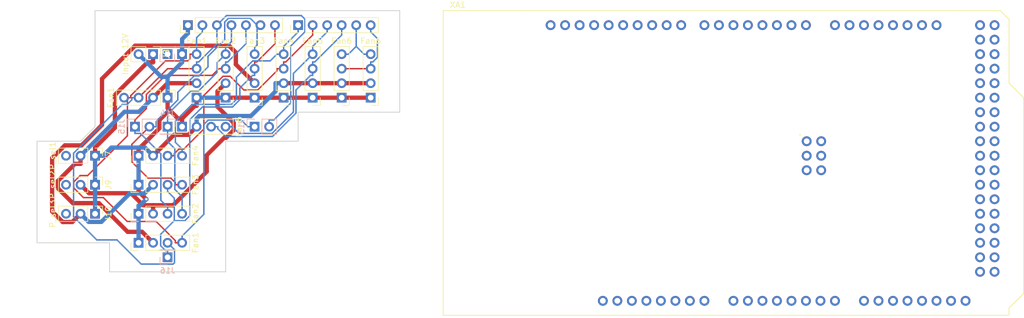
<source format=kicad_pcb>
(kicad_pcb (version 20171130) (host pcbnew 5.0.1)

  (general
    (thickness 1.6)
    (drawings 14)
    (tracks 317)
    (zones 0)
    (modules 26)
    (nets 113)
  )

  (page A4)
  (layers
    (0 F.Cu mixed)
    (31 B.Cu mixed)
    (32 B.Adhes user)
    (33 F.Adhes user)
    (34 B.Paste user)
    (35 F.Paste user)
    (36 B.SilkS user)
    (37 F.SilkS user)
    (38 B.Mask user)
    (39 F.Mask user)
    (40 Dwgs.User user)
    (41 Cmts.User user)
    (42 Eco1.User user)
    (43 Eco2.User user)
    (44 Edge.Cuts user)
    (45 Margin user)
    (46 B.CrtYd user)
    (47 F.CrtYd user)
    (48 B.Fab user)
    (49 F.Fab user)
  )

  (setup
    (last_trace_width 0.25)
    (trace_clearance 0.2)
    (zone_clearance 0.508)
    (zone_45_only no)
    (trace_min 0.2)
    (segment_width 0.2)
    (edge_width 0.15)
    (via_size 0.8)
    (via_drill 0.4)
    (via_min_size 0.4)
    (via_min_drill 0.3)
    (uvia_size 0.3)
    (uvia_drill 0.1)
    (uvias_allowed no)
    (uvia_min_size 0.2)
    (uvia_min_drill 0.1)
    (pcb_text_width 0.3)
    (pcb_text_size 1.5 1.5)
    (mod_edge_width 0.15)
    (mod_text_size 1 1)
    (mod_text_width 0.15)
    (pad_size 1.524 1.524)
    (pad_drill 0.762)
    (pad_to_mask_clearance 0.051)
    (solder_mask_min_width 0.25)
    (aux_axis_origin 0 0)
    (visible_elements FFFFFF7F)
    (pcbplotparams
      (layerselection 0x010fc_ffffffff)
      (usegerberextensions false)
      (usegerberattributes false)
      (usegerberadvancedattributes false)
      (creategerberjobfile false)
      (excludeedgelayer true)
      (linewidth 0.100000)
      (plotframeref false)
      (viasonmask false)
      (mode 1)
      (useauxorigin false)
      (hpglpennumber 1)
      (hpglpenspeed 20)
      (hpglpendiameter 15.000000)
      (psnegative false)
      (psa4output false)
      (plotreference true)
      (plotvalue true)
      (plotinvisibletext false)
      (padsonsilk false)
      (subtractmaskfromsilk false)
      (outputformat 1)
      (mirror false)
      (drillshape 1)
      (scaleselection 1)
      (outputdirectory ""))
  )

  (net 0 "")
  (net 1 /GND)
  (net 2 /FAN_P1)
  (net 3 /FAN1)
  (net 4 /PWM1)
  (net 5 /PWM2)
  (net 6 /FAN2)
  (net 7 /FAN_P2)
  (net 8 /FAN_P3)
  (net 9 /FAN3)
  (net 10 /PWM3)
  (net 11 /PWM4)
  (net 12 /FAN4)
  (net 13 /12V)
  (net 14 /FAN5)
  (net 15 /PWM5)
  (net 16 /PWM6)
  (net 17 /FAN6)
  (net 18 "Net-(J7-Pad3)")
  (net 19 "Net-(J9-Pad3)")
  (net 20 "Net-(J10-Pad3)")
  (net 21 "Net-(XA1-PadRST2)")
  (net 22 "Net-(XA1-PadGND4)")
  (net 23 "Net-(XA1-PadMOSI)")
  (net 24 "Net-(XA1-PadSCK)")
  (net 25 "Net-(XA1-Pad5V2)")
  (net 26 "Net-(XA1-PadA0)")
  (net 27 "Net-(XA1-PadVIN)")
  (net 28 "Net-(XA1-PadGND3)")
  (net 29 "Net-(XA1-PadGND2)")
  (net 30 "Net-(XA1-Pad5V1)")
  (net 31 "Net-(XA1-Pad3V3)")
  (net 32 "Net-(XA1-PadRST1)")
  (net 33 "Net-(XA1-PadIORF)")
  (net 34 "Net-(XA1-PadD21)")
  (net 35 "Net-(XA1-PadD20)")
  (net 36 "Net-(XA1-PadD19)")
  (net 37 "Net-(XA1-PadD18)")
  (net 38 "Net-(XA1-PadD17)")
  (net 39 "Net-(XA1-PadD16)")
  (net 40 "Net-(XA1-PadD15)")
  (net 41 "Net-(XA1-PadD14)")
  (net 42 "Net-(XA1-PadD0)")
  (net 43 "Net-(XA1-PadD1)")
  (net 44 "Net-(XA1-PadD2)")
  (net 45 "Net-(XA1-PadD3)")
  (net 46 "Net-(XA1-PadD4)")
  (net 47 "Net-(XA1-PadD5)")
  (net 48 "Net-(XA1-PadD6)")
  (net 49 "Net-(XA1-PadD7)")
  (net 50 "Net-(XA1-PadGND1)")
  (net 51 "Net-(XA1-PadD8)")
  (net 52 "Net-(XA1-PadD9)")
  (net 53 "Net-(XA1-PadD10)")
  (net 54 "Net-(XA1-PadSCL)")
  (net 55 "Net-(XA1-PadSDA)")
  (net 56 "Net-(XA1-PadAREF)")
  (net 57 "Net-(XA1-PadD13)")
  (net 58 "Net-(XA1-PadD12)")
  (net 59 "Net-(XA1-PadD11)")
  (net 60 "Net-(XA1-PadA1)")
  (net 61 "Net-(XA1-PadA2)")
  (net 62 "Net-(XA1-PadA3)")
  (net 63 "Net-(XA1-PadA4)")
  (net 64 "Net-(XA1-PadA5)")
  (net 65 "Net-(XA1-PadA6)")
  (net 66 "Net-(XA1-PadA7)")
  (net 67 "Net-(XA1-PadA8)")
  (net 68 "Net-(XA1-PadA9)")
  (net 69 "Net-(XA1-PadA10)")
  (net 70 "Net-(XA1-PadA11)")
  (net 71 "Net-(XA1-PadA12)")
  (net 72 "Net-(XA1-PadA13)")
  (net 73 "Net-(XA1-PadA14)")
  (net 74 "Net-(XA1-PadA15)")
  (net 75 "Net-(XA1-Pad5V3)")
  (net 76 "Net-(XA1-Pad5V4)")
  (net 77 "Net-(XA1-PadD22)")
  (net 78 "Net-(XA1-PadD23)")
  (net 79 "Net-(XA1-PadD24)")
  (net 80 "Net-(XA1-PadD25)")
  (net 81 "Net-(XA1-PadD26)")
  (net 82 "Net-(XA1-PadD27)")
  (net 83 "Net-(XA1-PadD28)")
  (net 84 "Net-(XA1-PadD29)")
  (net 85 "Net-(XA1-PadD30)")
  (net 86 "Net-(XA1-PadD31)")
  (net 87 "Net-(XA1-PadD32)")
  (net 88 "Net-(XA1-PadD33)")
  (net 89 "Net-(XA1-PadD34)")
  (net 90 "Net-(XA1-PadD35)")
  (net 91 "Net-(XA1-PadD36)")
  (net 92 "Net-(XA1-PadD37)")
  (net 93 "Net-(XA1-PadD38)")
  (net 94 "Net-(XA1-PadD39)")
  (net 95 "Net-(XA1-PadD40)")
  (net 96 "Net-(XA1-PadD41)")
  (net 97 "Net-(XA1-PadD42)")
  (net 98 "Net-(XA1-PadD43)")
  (net 99 "Net-(XA1-PadD44)")
  (net 100 "Net-(XA1-PadD45)")
  (net 101 "Net-(XA1-PadD46)")
  (net 102 "Net-(XA1-PadD47)")
  (net 103 "Net-(XA1-PadD48)")
  (net 104 "Net-(XA1-PadD49)")
  (net 105 "Net-(XA1-PadD50)")
  (net 106 "Net-(XA1-PadD51)")
  (net 107 "Net-(XA1-PadD52)")
  (net 108 "Net-(XA1-PadD53)")
  (net 109 "Net-(XA1-PadGND5)")
  (net 110 "Net-(XA1-PadGND6)")
  (net 111 "Net-(XA1-PadMISO)")
  (net 112 "Net-(J17-Pad1)")

  (net_class Default "This is the default net class."
    (clearance 0.2)
    (trace_width 0.25)
    (via_dia 0.8)
    (via_drill 0.4)
    (uvia_dia 0.3)
    (uvia_drill 0.1)
    (add_net /FAN1)
    (add_net /FAN2)
    (add_net /FAN3)
    (add_net /FAN4)
    (add_net /FAN5)
    (add_net /FAN6)
    (add_net /PWM1)
    (add_net /PWM2)
    (add_net /PWM3)
    (add_net /PWM4)
    (add_net /PWM5)
    (add_net /PWM6)
    (add_net "Net-(J10-Pad3)")
    (add_net "Net-(J17-Pad1)")
    (add_net "Net-(J7-Pad3)")
    (add_net "Net-(J9-Pad3)")
    (add_net "Net-(XA1-Pad3V3)")
    (add_net "Net-(XA1-Pad5V1)")
    (add_net "Net-(XA1-Pad5V2)")
    (add_net "Net-(XA1-Pad5V3)")
    (add_net "Net-(XA1-Pad5V4)")
    (add_net "Net-(XA1-PadA0)")
    (add_net "Net-(XA1-PadA1)")
    (add_net "Net-(XA1-PadA10)")
    (add_net "Net-(XA1-PadA11)")
    (add_net "Net-(XA1-PadA12)")
    (add_net "Net-(XA1-PadA13)")
    (add_net "Net-(XA1-PadA14)")
    (add_net "Net-(XA1-PadA15)")
    (add_net "Net-(XA1-PadA2)")
    (add_net "Net-(XA1-PadA3)")
    (add_net "Net-(XA1-PadA4)")
    (add_net "Net-(XA1-PadA5)")
    (add_net "Net-(XA1-PadA6)")
    (add_net "Net-(XA1-PadA7)")
    (add_net "Net-(XA1-PadA8)")
    (add_net "Net-(XA1-PadA9)")
    (add_net "Net-(XA1-PadAREF)")
    (add_net "Net-(XA1-PadD0)")
    (add_net "Net-(XA1-PadD1)")
    (add_net "Net-(XA1-PadD10)")
    (add_net "Net-(XA1-PadD11)")
    (add_net "Net-(XA1-PadD12)")
    (add_net "Net-(XA1-PadD13)")
    (add_net "Net-(XA1-PadD14)")
    (add_net "Net-(XA1-PadD15)")
    (add_net "Net-(XA1-PadD16)")
    (add_net "Net-(XA1-PadD17)")
    (add_net "Net-(XA1-PadD18)")
    (add_net "Net-(XA1-PadD19)")
    (add_net "Net-(XA1-PadD2)")
    (add_net "Net-(XA1-PadD20)")
    (add_net "Net-(XA1-PadD21)")
    (add_net "Net-(XA1-PadD22)")
    (add_net "Net-(XA1-PadD23)")
    (add_net "Net-(XA1-PadD24)")
    (add_net "Net-(XA1-PadD25)")
    (add_net "Net-(XA1-PadD26)")
    (add_net "Net-(XA1-PadD27)")
    (add_net "Net-(XA1-PadD28)")
    (add_net "Net-(XA1-PadD29)")
    (add_net "Net-(XA1-PadD3)")
    (add_net "Net-(XA1-PadD30)")
    (add_net "Net-(XA1-PadD31)")
    (add_net "Net-(XA1-PadD32)")
    (add_net "Net-(XA1-PadD33)")
    (add_net "Net-(XA1-PadD34)")
    (add_net "Net-(XA1-PadD35)")
    (add_net "Net-(XA1-PadD36)")
    (add_net "Net-(XA1-PadD37)")
    (add_net "Net-(XA1-PadD38)")
    (add_net "Net-(XA1-PadD39)")
    (add_net "Net-(XA1-PadD4)")
    (add_net "Net-(XA1-PadD40)")
    (add_net "Net-(XA1-PadD41)")
    (add_net "Net-(XA1-PadD42)")
    (add_net "Net-(XA1-PadD43)")
    (add_net "Net-(XA1-PadD44)")
    (add_net "Net-(XA1-PadD45)")
    (add_net "Net-(XA1-PadD46)")
    (add_net "Net-(XA1-PadD47)")
    (add_net "Net-(XA1-PadD48)")
    (add_net "Net-(XA1-PadD49)")
    (add_net "Net-(XA1-PadD5)")
    (add_net "Net-(XA1-PadD50)")
    (add_net "Net-(XA1-PadD51)")
    (add_net "Net-(XA1-PadD52)")
    (add_net "Net-(XA1-PadD53)")
    (add_net "Net-(XA1-PadD6)")
    (add_net "Net-(XA1-PadD7)")
    (add_net "Net-(XA1-PadD8)")
    (add_net "Net-(XA1-PadD9)")
    (add_net "Net-(XA1-PadGND1)")
    (add_net "Net-(XA1-PadGND2)")
    (add_net "Net-(XA1-PadGND3)")
    (add_net "Net-(XA1-PadGND4)")
    (add_net "Net-(XA1-PadGND5)")
    (add_net "Net-(XA1-PadGND6)")
    (add_net "Net-(XA1-PadIORF)")
    (add_net "Net-(XA1-PadMISO)")
    (add_net "Net-(XA1-PadMOSI)")
    (add_net "Net-(XA1-PadRST1)")
    (add_net "Net-(XA1-PadRST2)")
    (add_net "Net-(XA1-PadSCK)")
    (add_net "Net-(XA1-PadSCL)")
    (add_net "Net-(XA1-PadSDA)")
    (add_net "Net-(XA1-PadVIN)")
  )

  (net_class Power ""
    (clearance 0.2)
    (trace_width 0.75)
    (via_dia 0.8)
    (via_drill 0.4)
    (uvia_dia 0.3)
    (uvia_drill 0.1)
    (add_net /12V)
    (add_net /FAN_P1)
    (add_net /FAN_P2)
    (add_net /FAN_P3)
    (add_net /GND)
  )

  (module Arduino:Arduino_Mega2560_Shield (layer F.Cu) (tedit 5A8605D3) (tstamp 5BD3F78D)
    (at 101.6 96.52)
    (descr https://store.arduino.cc/arduino-mega-2560-rev3)
    (path /5BD33781)
    (fp_text reference XA1 (at 2.54 -54.356) (layer F.SilkS)
      (effects (font (size 1 1) (thickness 0.15)))
    )
    (fp_text value Arduino_Mega2560_Shield (at 15.494 -54.356) (layer F.Fab)
      (effects (font (size 1 1) (thickness 0.15)))
    )
    (fp_line (start 9.525 -32.385) (end -6.35 -32.385) (layer B.CrtYd) (width 0.15))
    (fp_line (start 9.525 -43.815) (end -6.35 -43.815) (layer B.CrtYd) (width 0.15))
    (fp_line (start 9.525 -43.815) (end 9.525 -32.385) (layer B.CrtYd) (width 0.15))
    (fp_line (start -6.35 -43.815) (end -6.35 -32.385) (layer B.CrtYd) (width 0.15))
    (fp_text user . (at 62.484 -32.004) (layer F.SilkS)
      (effects (font (size 1 1) (thickness 0.15)))
    )
    (fp_line (start 11.43 -12.065) (end 11.43 -3.175) (layer B.CrtYd) (width 0.15))
    (fp_line (start -1.905 -3.175) (end 11.43 -3.175) (layer B.CrtYd) (width 0.15))
    (fp_line (start -1.905 -12.065) (end -1.905 -3.175) (layer B.CrtYd) (width 0.15))
    (fp_line (start -1.905 -12.065) (end 11.43 -12.065) (layer B.CrtYd) (width 0.15))
    (fp_line (start 0 -53.34) (end 0 0) (layer F.SilkS) (width 0.15))
    (fp_line (start 99.06 -40.64) (end 99.06 -51.816) (layer F.SilkS) (width 0.15))
    (fp_line (start 101.6 -38.1) (end 99.06 -40.64) (layer F.SilkS) (width 0.15))
    (fp_line (start 101.6 -3.81) (end 101.6 -38.1) (layer F.SilkS) (width 0.15))
    (fp_line (start 99.06 -1.27) (end 101.6 -3.81) (layer F.SilkS) (width 0.15))
    (fp_line (start 99.06 0) (end 99.06 -1.27) (layer F.SilkS) (width 0.15))
    (fp_line (start 97.536 -53.34) (end 99.06 -51.816) (layer F.SilkS) (width 0.15))
    (fp_line (start 0 0) (end 99.06 0) (layer F.SilkS) (width 0.15))
    (fp_line (start 0 -53.34) (end 97.536 -53.34) (layer F.SilkS) (width 0.15))
    (pad RST2 thru_hole oval (at 63.627 -25.4) (size 1.7272 1.7272) (drill 1.016) (layers *.Cu *.Mask)
      (net 21 "Net-(XA1-PadRST2)"))
    (pad GND4 thru_hole oval (at 66.167 -25.4) (size 1.7272 1.7272) (drill 1.016) (layers *.Cu *.Mask)
      (net 22 "Net-(XA1-PadGND4)"))
    (pad MOSI thru_hole oval (at 66.167 -27.94) (size 1.7272 1.7272) (drill 1.016) (layers *.Cu *.Mask)
      (net 23 "Net-(XA1-PadMOSI)"))
    (pad SCK thru_hole oval (at 63.627 -27.94) (size 1.7272 1.7272) (drill 1.016) (layers *.Cu *.Mask)
      (net 24 "Net-(XA1-PadSCK)"))
    (pad 5V2 thru_hole oval (at 66.167 -30.48) (size 1.7272 1.7272) (drill 1.016) (layers *.Cu *.Mask)
      (net 25 "Net-(XA1-Pad5V2)"))
    (pad A0 thru_hole oval (at 50.8 -2.54) (size 1.7272 1.7272) (drill 1.016) (layers *.Cu *.Mask)
      (net 26 "Net-(XA1-PadA0)"))
    (pad VIN thru_hole oval (at 45.72 -2.54) (size 1.7272 1.7272) (drill 1.016) (layers *.Cu *.Mask)
      (net 27 "Net-(XA1-PadVIN)"))
    (pad GND3 thru_hole oval (at 43.18 -2.54) (size 1.7272 1.7272) (drill 1.016) (layers *.Cu *.Mask)
      (net 28 "Net-(XA1-PadGND3)"))
    (pad GND2 thru_hole oval (at 40.64 -2.54) (size 1.7272 1.7272) (drill 1.016) (layers *.Cu *.Mask)
      (net 29 "Net-(XA1-PadGND2)"))
    (pad 5V1 thru_hole oval (at 38.1 -2.54) (size 1.7272 1.7272) (drill 1.016) (layers *.Cu *.Mask)
      (net 30 "Net-(XA1-Pad5V1)"))
    (pad 3V3 thru_hole oval (at 35.56 -2.54) (size 1.7272 1.7272) (drill 1.016) (layers *.Cu *.Mask)
      (net 31 "Net-(XA1-Pad3V3)"))
    (pad RST1 thru_hole oval (at 33.02 -2.54) (size 1.7272 1.7272) (drill 1.016) (layers *.Cu *.Mask)
      (net 32 "Net-(XA1-PadRST1)"))
    (pad IORF thru_hole oval (at 30.48 -2.54) (size 1.7272 1.7272) (drill 1.016) (layers *.Cu *.Mask)
      (net 33 "Net-(XA1-PadIORF)"))
    (pad D21 thru_hole oval (at 86.36 -50.8) (size 1.7272 1.7272) (drill 1.016) (layers *.Cu *.Mask)
      (net 34 "Net-(XA1-PadD21)"))
    (pad D20 thru_hole oval (at 83.82 -50.8) (size 1.7272 1.7272) (drill 1.016) (layers *.Cu *.Mask)
      (net 35 "Net-(XA1-PadD20)"))
    (pad D19 thru_hole oval (at 81.28 -50.8) (size 1.7272 1.7272) (drill 1.016) (layers *.Cu *.Mask)
      (net 36 "Net-(XA1-PadD19)"))
    (pad D18 thru_hole oval (at 78.74 -50.8) (size 1.7272 1.7272) (drill 1.016) (layers *.Cu *.Mask)
      (net 37 "Net-(XA1-PadD18)"))
    (pad D17 thru_hole oval (at 76.2 -50.8) (size 1.7272 1.7272) (drill 1.016) (layers *.Cu *.Mask)
      (net 38 "Net-(XA1-PadD17)"))
    (pad D16 thru_hole oval (at 73.66 -50.8) (size 1.7272 1.7272) (drill 1.016) (layers *.Cu *.Mask)
      (net 39 "Net-(XA1-PadD16)"))
    (pad D15 thru_hole oval (at 71.12 -50.8) (size 1.7272 1.7272) (drill 1.016) (layers *.Cu *.Mask)
      (net 40 "Net-(XA1-PadD15)"))
    (pad D14 thru_hole oval (at 68.58 -50.8) (size 1.7272 1.7272) (drill 1.016) (layers *.Cu *.Mask)
      (net 41 "Net-(XA1-PadD14)"))
    (pad D0 thru_hole oval (at 63.5 -50.8) (size 1.7272 1.7272) (drill 1.016) (layers *.Cu *.Mask)
      (net 42 "Net-(XA1-PadD0)"))
    (pad D1 thru_hole oval (at 60.96 -50.8) (size 1.7272 1.7272) (drill 1.016) (layers *.Cu *.Mask)
      (net 43 "Net-(XA1-PadD1)"))
    (pad D2 thru_hole oval (at 58.42 -50.8) (size 1.7272 1.7272) (drill 1.016) (layers *.Cu *.Mask)
      (net 44 "Net-(XA1-PadD2)"))
    (pad D3 thru_hole oval (at 55.88 -50.8) (size 1.7272 1.7272) (drill 1.016) (layers *.Cu *.Mask)
      (net 45 "Net-(XA1-PadD3)"))
    (pad D4 thru_hole oval (at 53.34 -50.8) (size 1.7272 1.7272) (drill 1.016) (layers *.Cu *.Mask)
      (net 46 "Net-(XA1-PadD4)"))
    (pad D5 thru_hole oval (at 50.8 -50.8) (size 1.7272 1.7272) (drill 1.016) (layers *.Cu *.Mask)
      (net 47 "Net-(XA1-PadD5)"))
    (pad D6 thru_hole oval (at 48.26 -50.8) (size 1.7272 1.7272) (drill 1.016) (layers *.Cu *.Mask)
      (net 48 "Net-(XA1-PadD6)"))
    (pad D7 thru_hole oval (at 45.72 -50.8) (size 1.7272 1.7272) (drill 1.016) (layers *.Cu *.Mask)
      (net 49 "Net-(XA1-PadD7)"))
    (pad GND1 thru_hole oval (at 26.416 -50.8) (size 1.7272 1.7272) (drill 1.016) (layers *.Cu *.Mask)
      (net 50 "Net-(XA1-PadGND1)"))
    (pad D8 thru_hole oval (at 41.656 -50.8) (size 1.7272 1.7272) (drill 1.016) (layers *.Cu *.Mask)
      (net 51 "Net-(XA1-PadD8)"))
    (pad D9 thru_hole oval (at 39.116 -50.8) (size 1.7272 1.7272) (drill 1.016) (layers *.Cu *.Mask)
      (net 52 "Net-(XA1-PadD9)"))
    (pad D10 thru_hole oval (at 36.576 -50.8) (size 1.7272 1.7272) (drill 1.016) (layers *.Cu *.Mask)
      (net 53 "Net-(XA1-PadD10)"))
    (pad "" np_thru_hole circle (at 66.04 -7.62) (size 3.2 3.2) (drill 3.2) (layers *.Cu *.Mask))
    (pad "" np_thru_hole circle (at 66.04 -35.56) (size 3.2 3.2) (drill 3.2) (layers *.Cu *.Mask))
    (pad "" np_thru_hole circle (at 90.17 -50.8) (size 3.2 3.2) (drill 3.2) (layers *.Cu *.Mask))
    (pad "" np_thru_hole circle (at 15.24 -50.8) (size 3.2 3.2) (drill 3.2) (layers *.Cu *.Mask))
    (pad "" np_thru_hole circle (at 96.52 -2.54) (size 3.2 3.2) (drill 3.2) (layers *.Cu *.Mask))
    (pad "" np_thru_hole circle (at 13.97 -2.54) (size 3.2 3.2) (drill 3.2) (layers *.Cu *.Mask))
    (pad SCL thru_hole oval (at 18.796 -50.8) (size 1.7272 1.7272) (drill 1.016) (layers *.Cu *.Mask)
      (net 54 "Net-(XA1-PadSCL)"))
    (pad SDA thru_hole oval (at 21.336 -50.8) (size 1.7272 1.7272) (drill 1.016) (layers *.Cu *.Mask)
      (net 55 "Net-(XA1-PadSDA)"))
    (pad AREF thru_hole oval (at 23.876 -50.8) (size 1.7272 1.7272) (drill 1.016) (layers *.Cu *.Mask)
      (net 56 "Net-(XA1-PadAREF)"))
    (pad D13 thru_hole oval (at 28.956 -50.8) (size 1.7272 1.7272) (drill 1.016) (layers *.Cu *.Mask)
      (net 57 "Net-(XA1-PadD13)"))
    (pad D12 thru_hole oval (at 31.496 -50.8) (size 1.7272 1.7272) (drill 1.016) (layers *.Cu *.Mask)
      (net 58 "Net-(XA1-PadD12)"))
    (pad D11 thru_hole oval (at 34.036 -50.8) (size 1.7272 1.7272) (drill 1.016) (layers *.Cu *.Mask)
      (net 59 "Net-(XA1-PadD11)"))
    (pad "" thru_hole oval (at 27.94 -2.54) (size 1.7272 1.7272) (drill 1.016) (layers *.Cu *.Mask))
    (pad A1 thru_hole oval (at 53.34 -2.54) (size 1.7272 1.7272) (drill 1.016) (layers *.Cu *.Mask)
      (net 60 "Net-(XA1-PadA1)"))
    (pad A2 thru_hole oval (at 55.88 -2.54) (size 1.7272 1.7272) (drill 1.016) (layers *.Cu *.Mask)
      (net 61 "Net-(XA1-PadA2)"))
    (pad A3 thru_hole oval (at 58.42 -2.54) (size 1.7272 1.7272) (drill 1.016) (layers *.Cu *.Mask)
      (net 62 "Net-(XA1-PadA3)"))
    (pad A4 thru_hole oval (at 60.96 -2.54) (size 1.7272 1.7272) (drill 1.016) (layers *.Cu *.Mask)
      (net 63 "Net-(XA1-PadA4)"))
    (pad A5 thru_hole oval (at 63.5 -2.54) (size 1.7272 1.7272) (drill 1.016) (layers *.Cu *.Mask)
      (net 64 "Net-(XA1-PadA5)"))
    (pad A6 thru_hole oval (at 66.04 -2.54) (size 1.7272 1.7272) (drill 1.016) (layers *.Cu *.Mask)
      (net 65 "Net-(XA1-PadA6)"))
    (pad A7 thru_hole oval (at 68.58 -2.54) (size 1.7272 1.7272) (drill 1.016) (layers *.Cu *.Mask)
      (net 66 "Net-(XA1-PadA7)"))
    (pad A8 thru_hole oval (at 73.66 -2.54) (size 1.7272 1.7272) (drill 1.016) (layers *.Cu *.Mask)
      (net 67 "Net-(XA1-PadA8)"))
    (pad A9 thru_hole oval (at 76.2 -2.54) (size 1.7272 1.7272) (drill 1.016) (layers *.Cu *.Mask)
      (net 68 "Net-(XA1-PadA9)"))
    (pad A10 thru_hole oval (at 78.74 -2.54) (size 1.7272 1.7272) (drill 1.016) (layers *.Cu *.Mask)
      (net 69 "Net-(XA1-PadA10)"))
    (pad A11 thru_hole oval (at 81.28 -2.54) (size 1.7272 1.7272) (drill 1.016) (layers *.Cu *.Mask)
      (net 70 "Net-(XA1-PadA11)"))
    (pad A12 thru_hole oval (at 83.82 -2.54) (size 1.7272 1.7272) (drill 1.016) (layers *.Cu *.Mask)
      (net 71 "Net-(XA1-PadA12)"))
    (pad A13 thru_hole oval (at 86.36 -2.54) (size 1.7272 1.7272) (drill 1.016) (layers *.Cu *.Mask)
      (net 72 "Net-(XA1-PadA13)"))
    (pad A14 thru_hole oval (at 88.9 -2.54) (size 1.7272 1.7272) (drill 1.016) (layers *.Cu *.Mask)
      (net 73 "Net-(XA1-PadA14)"))
    (pad A15 thru_hole oval (at 91.44 -2.54) (size 1.7272 1.7272) (drill 1.016) (layers *.Cu *.Mask)
      (net 74 "Net-(XA1-PadA15)"))
    (pad 5V3 thru_hole oval (at 93.98 -50.8) (size 1.7272 1.7272) (drill 1.016) (layers *.Cu *.Mask)
      (net 75 "Net-(XA1-Pad5V3)"))
    (pad 5V4 thru_hole oval (at 96.52 -50.8) (size 1.7272 1.7272) (drill 1.016) (layers *.Cu *.Mask)
      (net 76 "Net-(XA1-Pad5V4)"))
    (pad D22 thru_hole oval (at 93.98 -48.26) (size 1.7272 1.7272) (drill 1.016) (layers *.Cu *.Mask)
      (net 77 "Net-(XA1-PadD22)"))
    (pad D23 thru_hole oval (at 96.52 -48.26) (size 1.7272 1.7272) (drill 1.016) (layers *.Cu *.Mask)
      (net 78 "Net-(XA1-PadD23)"))
    (pad D24 thru_hole oval (at 93.98 -45.72) (size 1.7272 1.7272) (drill 1.016) (layers *.Cu *.Mask)
      (net 79 "Net-(XA1-PadD24)"))
    (pad D25 thru_hole oval (at 96.52 -45.72) (size 1.7272 1.7272) (drill 1.016) (layers *.Cu *.Mask)
      (net 80 "Net-(XA1-PadD25)"))
    (pad D26 thru_hole oval (at 93.98 -43.18) (size 1.7272 1.7272) (drill 1.016) (layers *.Cu *.Mask)
      (net 81 "Net-(XA1-PadD26)"))
    (pad D27 thru_hole oval (at 96.52 -43.18) (size 1.7272 1.7272) (drill 1.016) (layers *.Cu *.Mask)
      (net 82 "Net-(XA1-PadD27)"))
    (pad D28 thru_hole oval (at 93.98 -40.64) (size 1.7272 1.7272) (drill 1.016) (layers *.Cu *.Mask)
      (net 83 "Net-(XA1-PadD28)"))
    (pad D29 thru_hole oval (at 96.52 -40.64) (size 1.7272 1.7272) (drill 1.016) (layers *.Cu *.Mask)
      (net 84 "Net-(XA1-PadD29)"))
    (pad D30 thru_hole oval (at 93.98 -38.1) (size 1.7272 1.7272) (drill 1.016) (layers *.Cu *.Mask)
      (net 85 "Net-(XA1-PadD30)"))
    (pad D31 thru_hole oval (at 96.52 -38.1) (size 1.7272 1.7272) (drill 1.016) (layers *.Cu *.Mask)
      (net 86 "Net-(XA1-PadD31)"))
    (pad D32 thru_hole oval (at 93.98 -35.56) (size 1.7272 1.7272) (drill 1.016) (layers *.Cu *.Mask)
      (net 87 "Net-(XA1-PadD32)"))
    (pad D33 thru_hole oval (at 96.52 -35.56) (size 1.7272 1.7272) (drill 1.016) (layers *.Cu *.Mask)
      (net 88 "Net-(XA1-PadD33)"))
    (pad D34 thru_hole oval (at 93.98 -33.02) (size 1.7272 1.7272) (drill 1.016) (layers *.Cu *.Mask)
      (net 89 "Net-(XA1-PadD34)"))
    (pad D35 thru_hole oval (at 96.52 -33.02) (size 1.7272 1.7272) (drill 1.016) (layers *.Cu *.Mask)
      (net 90 "Net-(XA1-PadD35)"))
    (pad D36 thru_hole oval (at 93.98 -30.48) (size 1.7272 1.7272) (drill 1.016) (layers *.Cu *.Mask)
      (net 91 "Net-(XA1-PadD36)"))
    (pad D37 thru_hole oval (at 96.52 -30.48) (size 1.7272 1.7272) (drill 1.016) (layers *.Cu *.Mask)
      (net 92 "Net-(XA1-PadD37)"))
    (pad D38 thru_hole oval (at 93.98 -27.94) (size 1.7272 1.7272) (drill 1.016) (layers *.Cu *.Mask)
      (net 93 "Net-(XA1-PadD38)"))
    (pad D39 thru_hole oval (at 96.52 -27.94) (size 1.7272 1.7272) (drill 1.016) (layers *.Cu *.Mask)
      (net 94 "Net-(XA1-PadD39)"))
    (pad D40 thru_hole oval (at 93.98 -25.4) (size 1.7272 1.7272) (drill 1.016) (layers *.Cu *.Mask)
      (net 95 "Net-(XA1-PadD40)"))
    (pad D41 thru_hole oval (at 96.52 -25.4) (size 1.7272 1.7272) (drill 1.016) (layers *.Cu *.Mask)
      (net 96 "Net-(XA1-PadD41)"))
    (pad D42 thru_hole oval (at 93.98 -22.86) (size 1.7272 1.7272) (drill 1.016) (layers *.Cu *.Mask)
      (net 97 "Net-(XA1-PadD42)"))
    (pad D43 thru_hole oval (at 96.52 -22.86) (size 1.7272 1.7272) (drill 1.016) (layers *.Cu *.Mask)
      (net 98 "Net-(XA1-PadD43)"))
    (pad D44 thru_hole oval (at 93.98 -20.32) (size 1.7272 1.7272) (drill 1.016) (layers *.Cu *.Mask)
      (net 99 "Net-(XA1-PadD44)"))
    (pad D45 thru_hole oval (at 96.52 -20.32) (size 1.7272 1.7272) (drill 1.016) (layers *.Cu *.Mask)
      (net 100 "Net-(XA1-PadD45)"))
    (pad D46 thru_hole oval (at 93.98 -17.78) (size 1.7272 1.7272) (drill 1.016) (layers *.Cu *.Mask)
      (net 101 "Net-(XA1-PadD46)"))
    (pad D47 thru_hole oval (at 96.52 -17.78) (size 1.7272 1.7272) (drill 1.016) (layers *.Cu *.Mask)
      (net 102 "Net-(XA1-PadD47)"))
    (pad D48 thru_hole oval (at 93.98 -15.24) (size 1.7272 1.7272) (drill 1.016) (layers *.Cu *.Mask)
      (net 103 "Net-(XA1-PadD48)"))
    (pad D49 thru_hole oval (at 96.52 -15.24) (size 1.7272 1.7272) (drill 1.016) (layers *.Cu *.Mask)
      (net 104 "Net-(XA1-PadD49)"))
    (pad D50 thru_hole oval (at 93.98 -12.7) (size 1.7272 1.7272) (drill 1.016) (layers *.Cu *.Mask)
      (net 105 "Net-(XA1-PadD50)"))
    (pad D51 thru_hole oval (at 96.52 -12.7) (size 1.7272 1.7272) (drill 1.016) (layers *.Cu *.Mask)
      (net 106 "Net-(XA1-PadD51)"))
    (pad D52 thru_hole oval (at 93.98 -10.16) (size 1.7272 1.7272) (drill 1.016) (layers *.Cu *.Mask)
      (net 107 "Net-(XA1-PadD52)"))
    (pad D53 thru_hole oval (at 96.52 -10.16) (size 1.7272 1.7272) (drill 1.016) (layers *.Cu *.Mask)
      (net 108 "Net-(XA1-PadD53)"))
    (pad GND5 thru_hole oval (at 93.98 -7.62) (size 1.7272 1.7272) (drill 1.016) (layers *.Cu *.Mask)
      (net 109 "Net-(XA1-PadGND5)"))
    (pad GND6 thru_hole oval (at 96.52 -7.62) (size 1.7272 1.7272) (drill 1.016) (layers *.Cu *.Mask)
      (net 110 "Net-(XA1-PadGND6)"))
    (pad MISO thru_hole oval (at 63.627 -30.48) (size 1.7272 1.7272) (drill 1.016) (layers *.Cu *.Mask)
      (net 111 "Net-(XA1-PadMISO)"))
  )

  (module Connector_PinHeader_2.54mm:PinHeader_1x04_P2.54mm_Vertical (layer F.Cu) (tedit 5BD338EE) (tstamp 5BD783FB)
    (at 88.9 58.42 180)
    (descr "Through hole straight pin header, 1x04, 2.54mm pitch, single row")
    (tags "Through hole pin header THT 1x04 2.54mm single row")
    (path /5BD31800)
    (fp_text reference J6123 (at 0 -2.33 180) (layer F.Fab)
      (effects (font (size 1 1) (thickness 0.15)))
    )
    (fp_text value Fan6 (at 0 9.95 180) (layer F.SilkS)
      (effects (font (size 1 1) (thickness 0.15)))
    )
    (fp_line (start -0.635 -1.27) (end 1.27 -1.27) (layer F.Fab) (width 0.1))
    (fp_line (start 1.27 -1.27) (end 1.27 8.89) (layer F.Fab) (width 0.1))
    (fp_line (start 1.27 8.89) (end -1.27 8.89) (layer F.Fab) (width 0.1))
    (fp_line (start -1.27 8.89) (end -1.27 -0.635) (layer F.Fab) (width 0.1))
    (fp_line (start -1.27 -0.635) (end -0.635 -1.27) (layer F.Fab) (width 0.1))
    (fp_line (start -1.33 8.95) (end 1.33 8.95) (layer F.SilkS) (width 0.12))
    (fp_line (start -1.33 1.27) (end -1.33 8.95) (layer F.SilkS) (width 0.12))
    (fp_line (start 1.33 1.27) (end 1.33 8.95) (layer F.SilkS) (width 0.12))
    (fp_line (start -1.33 1.27) (end 1.33 1.27) (layer F.SilkS) (width 0.12))
    (fp_line (start -1.33 0) (end -1.33 -1.33) (layer F.SilkS) (width 0.12))
    (fp_line (start -1.33 -1.33) (end 0 -1.33) (layer F.SilkS) (width 0.12))
    (fp_line (start -1.8 -1.8) (end -1.8 9.4) (layer F.CrtYd) (width 0.05))
    (fp_line (start -1.8 9.4) (end 1.8 9.4) (layer F.CrtYd) (width 0.05))
    (fp_line (start 1.8 9.4) (end 1.8 -1.8) (layer F.CrtYd) (width 0.05))
    (fp_line (start 1.8 -1.8) (end -1.8 -1.8) (layer F.CrtYd) (width 0.05))
    (fp_text user %R (at 0 3.81 270) (layer F.Fab)
      (effects (font (size 1 1) (thickness 0.15)))
    )
    (pad 1 thru_hole rect (at 0 0 180) (size 1.7 1.7) (drill 1) (layers *.Cu *.Mask)
      (net 1 /GND))
    (pad 2 thru_hole oval (at 0 2.54 180) (size 1.7 1.7) (drill 1) (layers *.Cu *.Mask)
      (net 13 /12V))
    (pad 3 thru_hole oval (at 0 5.08 180) (size 1.7 1.7) (drill 1) (layers *.Cu *.Mask)
      (net 17 /FAN6))
    (pad 4 thru_hole oval (at 0 7.62 180) (size 1.7 1.7) (drill 1) (layers *.Cu *.Mask)
      (net 16 /PWM6))
    (model ${KISYS3DMOD}/Connector_PinHeader_2.54mm.3dshapes/PinHeader_1x04_P2.54mm_Vertical.wrl
      (at (xyz 0 0 0))
      (scale (xyz 1 1 1))
      (rotate (xyz 0 0 0))
    )
  )

  (module Connector_PinHeader_2.54mm:PinHeader_1x04_P2.54mm_Vertical (layer F.Cu) (tedit 5BD337E2) (tstamp 5BD76865)
    (at 53.34 58.42 270)
    (descr "Through hole straight pin header, 1x04, 2.54mm pitch, single row")
    (tags "Through hole pin header THT 1x04 2.54mm single row")
    (path /5BD30CE9)
    (fp_text reference J1123 (at 0 -2.33 270) (layer F.Fab)
      (effects (font (size 1 1) (thickness 0.15)))
    )
    (fp_text value Fan1 (at 0 9.95 270) (layer F.SilkS)
      (effects (font (size 1 1) (thickness 0.15)))
    )
    (fp_text user %R (at 0 3.81) (layer F.Fab)
      (effects (font (size 1 1) (thickness 0.15)))
    )
    (fp_line (start 1.8 -1.8) (end -1.8 -1.8) (layer F.CrtYd) (width 0.05))
    (fp_line (start 1.8 9.4) (end 1.8 -1.8) (layer F.CrtYd) (width 0.05))
    (fp_line (start -1.8 9.4) (end 1.8 9.4) (layer F.CrtYd) (width 0.05))
    (fp_line (start -1.8 -1.8) (end -1.8 9.4) (layer F.CrtYd) (width 0.05))
    (fp_line (start -1.33 -1.33) (end 0 -1.33) (layer F.SilkS) (width 0.12))
    (fp_line (start -1.33 0) (end -1.33 -1.33) (layer F.SilkS) (width 0.12))
    (fp_line (start -1.33 1.27) (end 1.33 1.27) (layer F.SilkS) (width 0.12))
    (fp_line (start 1.33 1.27) (end 1.33 8.95) (layer F.SilkS) (width 0.12))
    (fp_line (start -1.33 1.27) (end -1.33 8.95) (layer F.SilkS) (width 0.12))
    (fp_line (start -1.33 8.95) (end 1.33 8.95) (layer F.SilkS) (width 0.12))
    (fp_line (start -1.27 -0.635) (end -0.635 -1.27) (layer F.Fab) (width 0.1))
    (fp_line (start -1.27 8.89) (end -1.27 -0.635) (layer F.Fab) (width 0.1))
    (fp_line (start 1.27 8.89) (end -1.27 8.89) (layer F.Fab) (width 0.1))
    (fp_line (start 1.27 -1.27) (end 1.27 8.89) (layer F.Fab) (width 0.1))
    (fp_line (start -0.635 -1.27) (end 1.27 -1.27) (layer F.Fab) (width 0.1))
    (pad 4 thru_hole oval (at 0 7.62 270) (size 1.7 1.7) (drill 1) (layers *.Cu *.Mask)
      (net 4 /PWM1))
    (pad 3 thru_hole oval (at 0 5.08 270) (size 1.7 1.7) (drill 1) (layers *.Cu *.Mask)
      (net 3 /FAN1))
    (pad 2 thru_hole oval (at 0 2.54 270) (size 1.7 1.7) (drill 1) (layers *.Cu *.Mask)
      (net 2 /FAN_P1))
    (pad 1 thru_hole rect (at 0 0 270) (size 1.7 1.7) (drill 1) (layers *.Cu *.Mask)
      (net 1 /GND))
    (model ${KISYS3DMOD}/Connector_PinHeader_2.54mm.3dshapes/PinHeader_1x04_P2.54mm_Vertical.wrl
      (at (xyz 0 0 0))
      (scale (xyz 1 1 1))
      (rotate (xyz 0 0 0))
    )
  )

  (module Connector_PinHeader_2.54mm:PinHeader_1x04_P2.54mm_Vertical (layer F.Cu) (tedit 5BD337F0) (tstamp 5BD765A1)
    (at 55.88 63.5 90)
    (descr "Through hole straight pin header, 1x04, 2.54mm pitch, single row")
    (tags "Through hole pin header THT 1x04 2.54mm single row")
    (path /5BD317F5)
    (fp_text reference J5123 (at 0 -2.33 90) (layer F.Fab)
      (effects (font (size 1 1) (thickness 0.15)))
    )
    (fp_text value Fan5 (at 0 9.95 90) (layer F.SilkS)
      (effects (font (size 1 1) (thickness 0.15)))
    )
    (fp_text user %R (at 0 3.81 180) (layer F.Fab)
      (effects (font (size 1 1) (thickness 0.15)))
    )
    (fp_line (start 1.8 -1.8) (end -1.8 -1.8) (layer F.CrtYd) (width 0.05))
    (fp_line (start 1.8 9.4) (end 1.8 -1.8) (layer F.CrtYd) (width 0.05))
    (fp_line (start -1.8 9.4) (end 1.8 9.4) (layer F.CrtYd) (width 0.05))
    (fp_line (start -1.8 -1.8) (end -1.8 9.4) (layer F.CrtYd) (width 0.05))
    (fp_line (start -1.33 -1.33) (end 0 -1.33) (layer F.SilkS) (width 0.12))
    (fp_line (start -1.33 0) (end -1.33 -1.33) (layer F.SilkS) (width 0.12))
    (fp_line (start -1.33 1.27) (end 1.33 1.27) (layer F.SilkS) (width 0.12))
    (fp_line (start 1.33 1.27) (end 1.33 8.95) (layer F.SilkS) (width 0.12))
    (fp_line (start -1.33 1.27) (end -1.33 8.95) (layer F.SilkS) (width 0.12))
    (fp_line (start -1.33 8.95) (end 1.33 8.95) (layer F.SilkS) (width 0.12))
    (fp_line (start -1.27 -0.635) (end -0.635 -1.27) (layer F.Fab) (width 0.1))
    (fp_line (start -1.27 8.89) (end -1.27 -0.635) (layer F.Fab) (width 0.1))
    (fp_line (start 1.27 8.89) (end -1.27 8.89) (layer F.Fab) (width 0.1))
    (fp_line (start 1.27 -1.27) (end 1.27 8.89) (layer F.Fab) (width 0.1))
    (fp_line (start -0.635 -1.27) (end 1.27 -1.27) (layer F.Fab) (width 0.1))
    (pad 4 thru_hole oval (at 0 7.62 90) (size 1.7 1.7) (drill 1) (layers *.Cu *.Mask)
      (net 15 /PWM5))
    (pad 3 thru_hole oval (at 0 5.08 90) (size 1.7 1.7) (drill 1) (layers *.Cu *.Mask)
      (net 14 /FAN5))
    (pad 2 thru_hole oval (at 0 2.54 90) (size 1.7 1.7) (drill 1) (layers *.Cu *.Mask)
      (net 13 /12V))
    (pad 1 thru_hole rect (at 0 0 90) (size 1.7 1.7) (drill 1) (layers *.Cu *.Mask)
      (net 1 /GND))
    (model ${KISYS3DMOD}/Connector_PinHeader_2.54mm.3dshapes/PinHeader_1x04_P2.54mm_Vertical.wrl
      (at (xyz 0 0 0))
      (scale (xyz 1 1 1))
      (rotate (xyz 0 0 0))
    )
  )

  (module Connector_PinHeader_2.54mm:PinHeader_1x04_P2.54mm_Vertical (layer F.Cu) (tedit 5BD337E9) (tstamp 5BD762E9)
    (at 48.26 68.58 90)
    (descr "Through hole straight pin header, 1x04, 2.54mm pitch, single row")
    (tags "Through hole pin header THT 1x04 2.54mm single row")
    (path /5BD31706)
    (fp_text reference J4123 (at 0 -2.33 90) (layer F.Fab)
      (effects (font (size 1 1) (thickness 0.15)))
    )
    (fp_text value Fan4 (at 0 9.95 90) (layer F.SilkS)
      (effects (font (size 1 1) (thickness 0.15)))
    )
    (fp_line (start -0.635 -1.27) (end 1.27 -1.27) (layer F.Fab) (width 0.1))
    (fp_line (start 1.27 -1.27) (end 1.27 8.89) (layer F.Fab) (width 0.1))
    (fp_line (start 1.27 8.89) (end -1.27 8.89) (layer F.Fab) (width 0.1))
    (fp_line (start -1.27 8.89) (end -1.27 -0.635) (layer F.Fab) (width 0.1))
    (fp_line (start -1.27 -0.635) (end -0.635 -1.27) (layer F.Fab) (width 0.1))
    (fp_line (start -1.33 8.95) (end 1.33 8.95) (layer F.SilkS) (width 0.12))
    (fp_line (start -1.33 1.27) (end -1.33 8.95) (layer F.SilkS) (width 0.12))
    (fp_line (start 1.33 1.27) (end 1.33 8.95) (layer F.SilkS) (width 0.12))
    (fp_line (start -1.33 1.27) (end 1.33 1.27) (layer F.SilkS) (width 0.12))
    (fp_line (start -1.33 0) (end -1.33 -1.33) (layer F.SilkS) (width 0.12))
    (fp_line (start -1.33 -1.33) (end 0 -1.33) (layer F.SilkS) (width 0.12))
    (fp_line (start -1.8 -1.8) (end -1.8 9.4) (layer F.CrtYd) (width 0.05))
    (fp_line (start -1.8 9.4) (end 1.8 9.4) (layer F.CrtYd) (width 0.05))
    (fp_line (start 1.8 9.4) (end 1.8 -1.8) (layer F.CrtYd) (width 0.05))
    (fp_line (start 1.8 -1.8) (end -1.8 -1.8) (layer F.CrtYd) (width 0.05))
    (fp_text user %R (at 0 3.81 180) (layer F.Fab)
      (effects (font (size 1 1) (thickness 0.15)))
    )
    (pad 1 thru_hole rect (at 0 0 90) (size 1.7 1.7) (drill 1) (layers *.Cu *.Mask)
      (net 1 /GND))
    (pad 2 thru_hole oval (at 0 2.54 90) (size 1.7 1.7) (drill 1) (layers *.Cu *.Mask)
      (net 13 /12V))
    (pad 3 thru_hole oval (at 0 5.08 90) (size 1.7 1.7) (drill 1) (layers *.Cu *.Mask)
      (net 12 /FAN4))
    (pad 4 thru_hole oval (at 0 7.62 90) (size 1.7 1.7) (drill 1) (layers *.Cu *.Mask)
      (net 11 /PWM4))
    (model ${KISYS3DMOD}/Connector_PinHeader_2.54mm.3dshapes/PinHeader_1x04_P2.54mm_Vertical.wrl
      (at (xyz 0 0 0))
      (scale (xyz 1 1 1))
      (rotate (xyz 0 0 0))
    )
  )

  (module Connector_PinHeader_2.54mm:PinHeader_1x04_P2.54mm_Vertical (layer F.Cu) (tedit 5BD336D8) (tstamp 5BD723D3)
    (at 48.26 73.66 90)
    (descr "Through hole straight pin header, 1x04, 2.54mm pitch, single row")
    (tags "Through hole pin header THT 1x04 2.54mm single row")
    (path /5BD316FB)
    (fp_text reference J32 (at 0 -2.33 90) (layer F.Fab)
      (effects (font (size 1 1) (thickness 0.15)))
    )
    (fp_text value Fan3 (at 0 9.95 90) (layer F.SilkS)
      (effects (font (size 1 1) (thickness 0.15)))
    )
    (fp_text user %R (at 0 3.81 180) (layer F.Fab)
      (effects (font (size 1 1) (thickness 0.15)))
    )
    (fp_line (start 1.8 -1.8) (end -1.8 -1.8) (layer F.CrtYd) (width 0.05))
    (fp_line (start 1.8 9.4) (end 1.8 -1.8) (layer F.CrtYd) (width 0.05))
    (fp_line (start -1.8 9.4) (end 1.8 9.4) (layer F.CrtYd) (width 0.05))
    (fp_line (start -1.8 -1.8) (end -1.8 9.4) (layer F.CrtYd) (width 0.05))
    (fp_line (start -1.33 -1.33) (end 0 -1.33) (layer F.SilkS) (width 0.12))
    (fp_line (start -1.33 0) (end -1.33 -1.33) (layer F.SilkS) (width 0.12))
    (fp_line (start -1.33 1.27) (end 1.33 1.27) (layer F.SilkS) (width 0.12))
    (fp_line (start 1.33 1.27) (end 1.33 8.95) (layer F.SilkS) (width 0.12))
    (fp_line (start -1.33 1.27) (end -1.33 8.95) (layer F.SilkS) (width 0.12))
    (fp_line (start -1.33 8.95) (end 1.33 8.95) (layer F.SilkS) (width 0.12))
    (fp_line (start -1.27 -0.635) (end -0.635 -1.27) (layer F.Fab) (width 0.1))
    (fp_line (start -1.27 8.89) (end -1.27 -0.635) (layer F.Fab) (width 0.1))
    (fp_line (start 1.27 8.89) (end -1.27 8.89) (layer F.Fab) (width 0.1))
    (fp_line (start 1.27 -1.27) (end 1.27 8.89) (layer F.Fab) (width 0.1))
    (fp_line (start -0.635 -1.27) (end 1.27 -1.27) (layer F.Fab) (width 0.1))
    (pad 4 thru_hole oval (at 0 7.62 90) (size 1.7 1.7) (drill 1) (layers *.Cu *.Mask)
      (net 10 /PWM3))
    (pad 3 thru_hole oval (at 0 5.08 90) (size 1.7 1.7) (drill 1) (layers *.Cu *.Mask)
      (net 9 /FAN3))
    (pad 2 thru_hole oval (at 0 2.54 90) (size 1.7 1.7) (drill 1) (layers *.Cu *.Mask)
      (net 8 /FAN_P3))
    (pad 1 thru_hole rect (at 0 0 90) (size 1.7 1.7) (drill 1) (layers *.Cu *.Mask)
      (net 1 /GND))
    (model ${KISYS3DMOD}/Connector_PinHeader_2.54mm.3dshapes/PinHeader_1x04_P2.54mm_Vertical.wrl
      (at (xyz 0 0 0))
      (scale (xyz 1 1 1))
      (rotate (xyz 0 0 0))
    )
  )

  (module Connector_PinHeader_2.54mm:PinHeader_1x04_P2.54mm_Vertical (layer F.Cu) (tedit 5BD336DD) (tstamp 5BD72178)
    (at 48.26 78.74 90)
    (descr "Through hole straight pin header, 1x04, 2.54mm pitch, single row")
    (tags "Through hole pin header THT 1x04 2.54mm single row")
    (path /5BD3123F)
    (fp_text reference J22 (at 0 -2.33 90) (layer F.Fab)
      (effects (font (size 1 1) (thickness 0.15)))
    )
    (fp_text value Fan2 (at 0 9.95 90) (layer F.SilkS)
      (effects (font (size 1 1) (thickness 0.15)))
    )
    (fp_line (start -0.635 -1.27) (end 1.27 -1.27) (layer F.Fab) (width 0.1))
    (fp_line (start 1.27 -1.27) (end 1.27 8.89) (layer F.Fab) (width 0.1))
    (fp_line (start 1.27 8.89) (end -1.27 8.89) (layer F.Fab) (width 0.1))
    (fp_line (start -1.27 8.89) (end -1.27 -0.635) (layer F.Fab) (width 0.1))
    (fp_line (start -1.27 -0.635) (end -0.635 -1.27) (layer F.Fab) (width 0.1))
    (fp_line (start -1.33 8.95) (end 1.33 8.95) (layer F.SilkS) (width 0.12))
    (fp_line (start -1.33 1.27) (end -1.33 8.95) (layer F.SilkS) (width 0.12))
    (fp_line (start 1.33 1.27) (end 1.33 8.95) (layer F.SilkS) (width 0.12))
    (fp_line (start -1.33 1.27) (end 1.33 1.27) (layer F.SilkS) (width 0.12))
    (fp_line (start -1.33 0) (end -1.33 -1.33) (layer F.SilkS) (width 0.12))
    (fp_line (start -1.33 -1.33) (end 0 -1.33) (layer F.SilkS) (width 0.12))
    (fp_line (start -1.8 -1.8) (end -1.8 9.4) (layer F.CrtYd) (width 0.05))
    (fp_line (start -1.8 9.4) (end 1.8 9.4) (layer F.CrtYd) (width 0.05))
    (fp_line (start 1.8 9.4) (end 1.8 -1.8) (layer F.CrtYd) (width 0.05))
    (fp_line (start 1.8 -1.8) (end -1.8 -1.8) (layer F.CrtYd) (width 0.05))
    (fp_text user %R (at -1.252624 4.069028 90) (layer F.Fab)
      (effects (font (size 1 1) (thickness 0.15)))
    )
    (pad 1 thru_hole rect (at 0 0 90) (size 1.7 1.7) (drill 1) (layers *.Cu *.Mask)
      (net 1 /GND))
    (pad 2 thru_hole oval (at 0 2.54 90) (size 1.7 1.7) (drill 1) (layers *.Cu *.Mask)
      (net 7 /FAN_P2))
    (pad 3 thru_hole oval (at 0 5.08 90) (size 1.7 1.7) (drill 1) (layers *.Cu *.Mask)
      (net 6 /FAN2))
    (pad 4 thru_hole oval (at 0 7.62 90) (size 1.7 1.7) (drill 1) (layers *.Cu *.Mask)
      (net 5 /PWM2))
    (model ${KISYS3DMOD}/Connector_PinHeader_2.54mm.3dshapes/PinHeader_1x04_P2.54mm_Vertical.wrl
      (at (xyz 0 0 0))
      (scale (xyz 1 1 1))
      (rotate (xyz 0 0 0))
    )
  )

  (module Connector_PinHeader_2.54mm:PinHeader_1x04_P2.54mm_Vertical (layer F.Cu) (tedit 5BD336E0) (tstamp 5BD71F29)
    (at 48.26 83.82 90)
    (descr "Through hole straight pin header, 1x04, 2.54mm pitch, single row")
    (tags "Through hole pin header THT 1x04 2.54mm single row")
    (path /5BD30CE9)
    (fp_text reference J122 (at 0 -2.33 90) (layer F.Fab)
      (effects (font (size 1 1) (thickness 0.15)))
    )
    (fp_text value Fan1 (at 0 9.95 90) (layer F.SilkS)
      (effects (font (size 1 1) (thickness 0.15)))
    )
    (fp_text user %R (at 0 3.81 180) (layer F.Fab)
      (effects (font (size 1 1) (thickness 0.15)))
    )
    (fp_line (start 1.8 -1.8) (end -1.8 -1.8) (layer F.CrtYd) (width 0.05))
    (fp_line (start 1.8 9.4) (end 1.8 -1.8) (layer F.CrtYd) (width 0.05))
    (fp_line (start -1.8 9.4) (end 1.8 9.4) (layer F.CrtYd) (width 0.05))
    (fp_line (start -1.8 -1.8) (end -1.8 9.4) (layer F.CrtYd) (width 0.05))
    (fp_line (start -1.33 -1.33) (end 0 -1.33) (layer F.SilkS) (width 0.12))
    (fp_line (start -1.33 0) (end -1.33 -1.33) (layer F.SilkS) (width 0.12))
    (fp_line (start -1.33 1.27) (end 1.33 1.27) (layer F.SilkS) (width 0.12))
    (fp_line (start 1.33 1.27) (end 1.33 8.95) (layer F.SilkS) (width 0.12))
    (fp_line (start -1.33 1.27) (end -1.33 8.95) (layer F.SilkS) (width 0.12))
    (fp_line (start -1.33 8.95) (end 1.33 8.95) (layer F.SilkS) (width 0.12))
    (fp_line (start -1.27 -0.635) (end -0.635 -1.27) (layer F.Fab) (width 0.1))
    (fp_line (start -1.27 8.89) (end -1.27 -0.635) (layer F.Fab) (width 0.1))
    (fp_line (start 1.27 8.89) (end -1.27 8.89) (layer F.Fab) (width 0.1))
    (fp_line (start 1.27 -1.27) (end 1.27 8.89) (layer F.Fab) (width 0.1))
    (fp_line (start -0.635 -1.27) (end 1.27 -1.27) (layer F.Fab) (width 0.1))
    (pad 4 thru_hole oval (at 0 7.62 90) (size 1.7 1.7) (drill 1) (layers *.Cu *.Mask)
      (net 4 /PWM1))
    (pad 3 thru_hole oval (at 0 5.08 90) (size 1.7 1.7) (drill 1) (layers *.Cu *.Mask)
      (net 3 /FAN1))
    (pad 2 thru_hole oval (at 0 2.54 90) (size 1.7 1.7) (drill 1) (layers *.Cu *.Mask)
      (net 2 /FAN_P1))
    (pad 1 thru_hole rect (at 0 0 90) (size 1.7 1.7) (drill 1) (layers *.Cu *.Mask)
      (net 1 /GND))
    (model ${KISYS3DMOD}/Connector_PinHeader_2.54mm.3dshapes/PinHeader_1x04_P2.54mm_Vertical.wrl
      (at (xyz 0 0 0))
      (scale (xyz 1 1 1))
      (rotate (xyz 0 0 0))
    )
  )

  (module Connector_PinHeader_2.54mm:PinHeader_1x01_P2.54mm_Vertical (layer B.Cu) (tedit 5BD3335D) (tstamp 5BD7165A)
    (at 55.88 50.8)
    (descr "Through hole straight pin header, 1x01, 2.54mm pitch, single row")
    (tags "Through hole pin header THT 1x01 2.54mm single row")
    (path /5BD3A104)
    (fp_text reference J18 (at 0 2.33) (layer B.Fab)
      (effects (font (size 1 1) (thickness 0.15)) (justify mirror))
    )
    (fp_text value RAMPS_GND (at 0 -2.33) (layer B.Fab)
      (effects (font (size 1 1) (thickness 0.15)) (justify mirror))
    )
    (fp_text user %R (at 0 0 -90) (layer B.Fab)
      (effects (font (size 1 1) (thickness 0.15)) (justify mirror))
    )
    (fp_line (start 1.8 1.8) (end -1.8 1.8) (layer B.CrtYd) (width 0.05))
    (fp_line (start 1.8 -1.8) (end 1.8 1.8) (layer B.CrtYd) (width 0.05))
    (fp_line (start -1.8 -1.8) (end 1.8 -1.8) (layer B.CrtYd) (width 0.05))
    (fp_line (start -1.8 1.8) (end -1.8 -1.8) (layer B.CrtYd) (width 0.05))
    (fp_line (start -1.33 1.33) (end 0 1.33) (layer B.SilkS) (width 0.12))
    (fp_line (start -1.33 0) (end -1.33 1.33) (layer B.SilkS) (width 0.12))
    (fp_line (start -1.33 -1.27) (end 1.33 -1.27) (layer B.SilkS) (width 0.12))
    (fp_line (start 1.33 -1.27) (end 1.33 -1.33) (layer B.SilkS) (width 0.12))
    (fp_line (start -1.33 -1.27) (end -1.33 -1.33) (layer B.SilkS) (width 0.12))
    (fp_line (start -1.33 -1.33) (end 1.33 -1.33) (layer B.SilkS) (width 0.12))
    (fp_line (start -1.27 0.635) (end -0.635 1.27) (layer B.Fab) (width 0.1))
    (fp_line (start -1.27 -1.27) (end -1.27 0.635) (layer B.Fab) (width 0.1))
    (fp_line (start 1.27 -1.27) (end -1.27 -1.27) (layer B.Fab) (width 0.1))
    (fp_line (start 1.27 1.27) (end 1.27 -1.27) (layer B.Fab) (width 0.1))
    (fp_line (start -0.635 1.27) (end 1.27 1.27) (layer B.Fab) (width 0.1))
    (pad 1 thru_hole rect (at 0 0) (size 1.7 1.7) (drill 1) (layers *.Cu *.Mask)
      (net 1 /GND))
    (model ${KISYS3DMOD}/Connector_PinHeader_2.54mm.3dshapes/PinHeader_1x01_P2.54mm_Vertical.wrl
      (at (xyz 0 0 0))
      (scale (xyz 1 1 1))
      (rotate (xyz 0 0 0))
    )
  )

  (module Connector_PinHeader_2.54mm:PinHeader_1x01_P2.54mm_Vertical (layer B.Cu) (tedit 5BD3335A) (tstamp 5BD7014F)
    (at 53.34 50.8)
    (descr "Through hole straight pin header, 1x01, 2.54mm pitch, single row")
    (tags "Through hole pin header THT 1x01 2.54mm single row")
    (path /5BD3A052)
    (fp_text reference J17 (at 0 2.33) (layer B.Fab)
      (effects (font (size 1 1) (thickness 0.15)) (justify mirror))
    )
    (fp_text value RAMPS_12v (at 0 -2.33) (layer B.Fab)
      (effects (font (size 1 1) (thickness 0.15)) (justify mirror))
    )
    (fp_line (start -0.635 1.27) (end 1.27 1.27) (layer B.Fab) (width 0.1))
    (fp_line (start 1.27 1.27) (end 1.27 -1.27) (layer B.Fab) (width 0.1))
    (fp_line (start 1.27 -1.27) (end -1.27 -1.27) (layer B.Fab) (width 0.1))
    (fp_line (start -1.27 -1.27) (end -1.27 0.635) (layer B.Fab) (width 0.1))
    (fp_line (start -1.27 0.635) (end -0.635 1.27) (layer B.Fab) (width 0.1))
    (fp_line (start -1.33 -1.33) (end 1.33 -1.33) (layer B.SilkS) (width 0.12))
    (fp_line (start -1.33 -1.27) (end -1.33 -1.33) (layer B.SilkS) (width 0.12))
    (fp_line (start 1.33 -1.27) (end 1.33 -1.33) (layer B.SilkS) (width 0.12))
    (fp_line (start -1.33 -1.27) (end 1.33 -1.27) (layer B.SilkS) (width 0.12))
    (fp_line (start -1.33 0) (end -1.33 1.33) (layer B.SilkS) (width 0.12))
    (fp_line (start -1.33 1.33) (end 0 1.33) (layer B.SilkS) (width 0.12))
    (fp_line (start -1.8 1.8) (end -1.8 -1.8) (layer B.CrtYd) (width 0.05))
    (fp_line (start -1.8 -1.8) (end 1.8 -1.8) (layer B.CrtYd) (width 0.05))
    (fp_line (start 1.8 -1.8) (end 1.8 1.8) (layer B.CrtYd) (width 0.05))
    (fp_line (start 1.8 1.8) (end -1.8 1.8) (layer B.CrtYd) (width 0.05))
    (fp_text user %R (at 0 0 -90) (layer B.Fab)
      (effects (font (size 1 1) (thickness 0.15)) (justify mirror))
    )
    (pad 1 thru_hole rect (at 0 0) (size 1.7 1.7) (drill 1) (layers *.Cu *.Mask)
      (net 112 "Net-(J17-Pad1)"))
    (model ${KISYS3DMOD}/Connector_PinHeader_2.54mm.3dshapes/PinHeader_1x01_P2.54mm_Vertical.wrl
      (at (xyz 0 0 0))
      (scale (xyz 1 1 1))
      (rotate (xyz 0 0 0))
    )
  )

  (module Connector_PinHeader_2.54mm:PinHeader_1x01_P2.54mm_Vertical (layer B.Cu) (tedit 59FED5CC) (tstamp 5BD6DB55)
    (at 53.34 86.36)
    (descr "Through hole straight pin header, 1x01, 2.54mm pitch, single row")
    (tags "Through hole pin header THT 1x01 2.54mm single row")
    (path /5BD377FE)
    (fp_text reference J16 (at 0 2.33) (layer B.SilkS)
      (effects (font (size 1 1) (thickness 0.15)) (justify mirror))
    )
    (fp_text value RAPMS_P4 (at 0 -2.33) (layer B.Fab)
      (effects (font (size 1 1) (thickness 0.15)) (justify mirror))
    )
    (fp_text user %R (at 0 0 -90) (layer B.Fab)
      (effects (font (size 1 1) (thickness 0.15)) (justify mirror))
    )
    (fp_line (start 1.8 1.8) (end -1.8 1.8) (layer B.CrtYd) (width 0.05))
    (fp_line (start 1.8 -1.8) (end 1.8 1.8) (layer B.CrtYd) (width 0.05))
    (fp_line (start -1.8 -1.8) (end 1.8 -1.8) (layer B.CrtYd) (width 0.05))
    (fp_line (start -1.8 1.8) (end -1.8 -1.8) (layer B.CrtYd) (width 0.05))
    (fp_line (start -1.33 1.33) (end 0 1.33) (layer B.SilkS) (width 0.12))
    (fp_line (start -1.33 0) (end -1.33 1.33) (layer B.SilkS) (width 0.12))
    (fp_line (start -1.33 -1.27) (end 1.33 -1.27) (layer B.SilkS) (width 0.12))
    (fp_line (start 1.33 -1.27) (end 1.33 -1.33) (layer B.SilkS) (width 0.12))
    (fp_line (start -1.33 -1.27) (end -1.33 -1.33) (layer B.SilkS) (width 0.12))
    (fp_line (start -1.33 -1.33) (end 1.33 -1.33) (layer B.SilkS) (width 0.12))
    (fp_line (start -1.27 0.635) (end -0.635 1.27) (layer B.Fab) (width 0.1))
    (fp_line (start -1.27 -1.27) (end -1.27 0.635) (layer B.Fab) (width 0.1))
    (fp_line (start 1.27 -1.27) (end -1.27 -1.27) (layer B.Fab) (width 0.1))
    (fp_line (start 1.27 1.27) (end 1.27 -1.27) (layer B.Fab) (width 0.1))
    (fp_line (start -0.635 1.27) (end 1.27 1.27) (layer B.Fab) (width 0.1))
    (pad 1 thru_hole rect (at 0 0) (size 1.7 1.7) (drill 1) (layers *.Cu *.Mask)
      (net 9 /FAN3))
    (model ${KISYS3DMOD}/Connector_PinHeader_2.54mm.3dshapes/PinHeader_1x01_P2.54mm_Vertical.wrl
      (at (xyz 0 0 0))
      (scale (xyz 1 1 1))
      (rotate (xyz 0 0 0))
    )
  )

  (module Connector_PinHeader_2.54mm:PinHeader_1x01_P2.54mm_Vertical (layer B.Cu) (tedit 59FED5CC) (tstamp 5BD6DB40)
    (at 53.34 63.5 180)
    (descr "Through hole straight pin header, 1x01, 2.54mm pitch, single row")
    (tags "Through hole pin header THT 1x01 2.54mm single row")
    (path /5BD376E3)
    (fp_text reference J14 (at 0 2.33 180) (layer B.SilkS)
      (effects (font (size 1 1) (thickness 0.15)) (justify mirror))
    )
    (fp_text value RAMPS_P2 (at 0 -2.33 180) (layer B.Fab)
      (effects (font (size 1 1) (thickness 0.15)) (justify mirror))
    )
    (fp_line (start -0.635 1.27) (end 1.27 1.27) (layer B.Fab) (width 0.1))
    (fp_line (start 1.27 1.27) (end 1.27 -1.27) (layer B.Fab) (width 0.1))
    (fp_line (start 1.27 -1.27) (end -1.27 -1.27) (layer B.Fab) (width 0.1))
    (fp_line (start -1.27 -1.27) (end -1.27 0.635) (layer B.Fab) (width 0.1))
    (fp_line (start -1.27 0.635) (end -0.635 1.27) (layer B.Fab) (width 0.1))
    (fp_line (start -1.33 -1.33) (end 1.33 -1.33) (layer B.SilkS) (width 0.12))
    (fp_line (start -1.33 -1.27) (end -1.33 -1.33) (layer B.SilkS) (width 0.12))
    (fp_line (start 1.33 -1.27) (end 1.33 -1.33) (layer B.SilkS) (width 0.12))
    (fp_line (start -1.33 -1.27) (end 1.33 -1.27) (layer B.SilkS) (width 0.12))
    (fp_line (start -1.33 0) (end -1.33 1.33) (layer B.SilkS) (width 0.12))
    (fp_line (start -1.33 1.33) (end 0 1.33) (layer B.SilkS) (width 0.12))
    (fp_line (start -1.8 1.8) (end -1.8 -1.8) (layer B.CrtYd) (width 0.05))
    (fp_line (start -1.8 -1.8) (end 1.8 -1.8) (layer B.CrtYd) (width 0.05))
    (fp_line (start 1.8 -1.8) (end 1.8 1.8) (layer B.CrtYd) (width 0.05))
    (fp_line (start 1.8 1.8) (end -1.8 1.8) (layer B.CrtYd) (width 0.05))
    (fp_text user %R (at 0 0 90) (layer B.Fab)
      (effects (font (size 1 1) (thickness 0.15)) (justify mirror))
    )
    (pad 1 thru_hole rect (at 0 0 180) (size 1.7 1.7) (drill 1) (layers *.Cu *.Mask)
      (net 5 /PWM2))
    (model ${KISYS3DMOD}/Connector_PinHeader_2.54mm.3dshapes/PinHeader_1x01_P2.54mm_Vertical.wrl
      (at (xyz 0 0 0))
      (scale (xyz 1 1 1))
      (rotate (xyz 0 0 0))
    )
  )

  (module Connector_PinHeader_2.54mm:PinHeader_1x02_P2.54mm_Vertical (layer B.Cu) (tedit 59FED5CC) (tstamp 5BD6DB2B)
    (at 47.625 63.5 270)
    (descr "Through hole straight pin header, 1x02, 2.54mm pitch, single row")
    (tags "Through hole pin header THT 1x02 2.54mm single row")
    (path /5BD377F7)
    (fp_text reference J15 (at 0 2.33 270) (layer B.SilkS)
      (effects (font (size 1 1) (thickness 0.15)) (justify mirror))
    )
    (fp_text value RAMPS_P3 (at 0 -4.87 270) (layer B.Fab)
      (effects (font (size 1 1) (thickness 0.15)) (justify mirror))
    )
    (fp_text user %R (at 0 -1.27 180) (layer B.Fab)
      (effects (font (size 1 1) (thickness 0.15)) (justify mirror))
    )
    (fp_line (start 1.8 1.8) (end -1.8 1.8) (layer B.CrtYd) (width 0.05))
    (fp_line (start 1.8 -4.35) (end 1.8 1.8) (layer B.CrtYd) (width 0.05))
    (fp_line (start -1.8 -4.35) (end 1.8 -4.35) (layer B.CrtYd) (width 0.05))
    (fp_line (start -1.8 1.8) (end -1.8 -4.35) (layer B.CrtYd) (width 0.05))
    (fp_line (start -1.33 1.33) (end 0 1.33) (layer B.SilkS) (width 0.12))
    (fp_line (start -1.33 0) (end -1.33 1.33) (layer B.SilkS) (width 0.12))
    (fp_line (start -1.33 -1.27) (end 1.33 -1.27) (layer B.SilkS) (width 0.12))
    (fp_line (start 1.33 -1.27) (end 1.33 -3.87) (layer B.SilkS) (width 0.12))
    (fp_line (start -1.33 -1.27) (end -1.33 -3.87) (layer B.SilkS) (width 0.12))
    (fp_line (start -1.33 -3.87) (end 1.33 -3.87) (layer B.SilkS) (width 0.12))
    (fp_line (start -1.27 0.635) (end -0.635 1.27) (layer B.Fab) (width 0.1))
    (fp_line (start -1.27 -3.81) (end -1.27 0.635) (layer B.Fab) (width 0.1))
    (fp_line (start 1.27 -3.81) (end -1.27 -3.81) (layer B.Fab) (width 0.1))
    (fp_line (start 1.27 1.27) (end 1.27 -3.81) (layer B.Fab) (width 0.1))
    (fp_line (start -0.635 1.27) (end 1.27 1.27) (layer B.Fab) (width 0.1))
    (pad 2 thru_hole oval (at 0 -2.54 270) (size 1.7 1.7) (drill 1) (layers *.Cu *.Mask)
      (net 10 /PWM3))
    (pad 1 thru_hole rect (at 0 0 270) (size 1.7 1.7) (drill 1) (layers *.Cu *.Mask)
      (net 6 /FAN2))
    (model ${KISYS3DMOD}/Connector_PinHeader_2.54mm.3dshapes/PinHeader_1x02_P2.54mm_Vertical.wrl
      (at (xyz 0 0 0))
      (scale (xyz 1 1 1))
      (rotate (xyz 0 0 0))
    )
  )

  (module Connector_PinHeader_2.54mm:PinHeader_1x02_P2.54mm_Vertical (layer B.Cu) (tedit 59FED5CC) (tstamp 5BD6DB01)
    (at 68.58 63.5 270)
    (descr "Through hole straight pin header, 1x02, 2.54mm pitch, single row")
    (tags "Through hole pin header THT 1x02 2.54mm single row")
    (path /5BD370E7)
    (fp_text reference J13 (at 0 2.33 270) (layer B.SilkS)
      (effects (font (size 1 1) (thickness 0.15)) (justify mirror))
    )
    (fp_text value RAMPS_P1 (at 0 -4.87 270) (layer B.Fab)
      (effects (font (size 1 1) (thickness 0.15)) (justify mirror))
    )
    (fp_line (start -0.635 1.27) (end 1.27 1.27) (layer B.Fab) (width 0.1))
    (fp_line (start 1.27 1.27) (end 1.27 -3.81) (layer B.Fab) (width 0.1))
    (fp_line (start 1.27 -3.81) (end -1.27 -3.81) (layer B.Fab) (width 0.1))
    (fp_line (start -1.27 -3.81) (end -1.27 0.635) (layer B.Fab) (width 0.1))
    (fp_line (start -1.27 0.635) (end -0.635 1.27) (layer B.Fab) (width 0.1))
    (fp_line (start -1.33 -3.87) (end 1.33 -3.87) (layer B.SilkS) (width 0.12))
    (fp_line (start -1.33 -1.27) (end -1.33 -3.87) (layer B.SilkS) (width 0.12))
    (fp_line (start 1.33 -1.27) (end 1.33 -3.87) (layer B.SilkS) (width 0.12))
    (fp_line (start -1.33 -1.27) (end 1.33 -1.27) (layer B.SilkS) (width 0.12))
    (fp_line (start -1.33 0) (end -1.33 1.33) (layer B.SilkS) (width 0.12))
    (fp_line (start -1.33 1.33) (end 0 1.33) (layer B.SilkS) (width 0.12))
    (fp_line (start -1.8 1.8) (end -1.8 -4.35) (layer B.CrtYd) (width 0.05))
    (fp_line (start -1.8 -4.35) (end 1.8 -4.35) (layer B.CrtYd) (width 0.05))
    (fp_line (start 1.8 -4.35) (end 1.8 1.8) (layer B.CrtYd) (width 0.05))
    (fp_line (start 1.8 1.8) (end -1.8 1.8) (layer B.CrtYd) (width 0.05))
    (fp_text user %R (at 0 -1.27 180) (layer B.Fab)
      (effects (font (size 1 1) (thickness 0.15)) (justify mirror))
    )
    (pad 1 thru_hole rect (at 0 0 270) (size 1.7 1.7) (drill 1) (layers *.Cu *.Mask)
      (net 4 /PWM1))
    (pad 2 thru_hole oval (at 0 -2.54 270) (size 1.7 1.7) (drill 1) (layers *.Cu *.Mask)
      (net 3 /FAN1))
    (model ${KISYS3DMOD}/Connector_PinHeader_2.54mm.3dshapes/PinHeader_1x02_P2.54mm_Vertical.wrl
      (at (xyz 0 0 0))
      (scale (xyz 1 1 1))
      (rotate (xyz 0 0 0))
    )
  )

  (module Connector_PinHeader_2.54mm:PinHeader_1x07_P2.54mm_Vertical (layer F.Cu) (tedit 5BD336D0) (tstamp 5BD6BDC6)
    (at 56.896 45.72 90)
    (descr "Through hole straight pin header, 1x07, 2.54mm pitch, single row")
    (tags "Through hole pin header THT 1x07 2.54mm single row")
    (path /5BD33B76)
    (fp_text reference J11 (at 0 -2.33 90) (layer F.Fab)
      (effects (font (size 1 1) (thickness 0.15)))
    )
    (fp_text value Arduino_P1 (at 0 17.57 90) (layer F.Fab)
      (effects (font (size 1 1) (thickness 0.15)))
    )
    (fp_line (start -0.635 -1.27) (end 1.27 -1.27) (layer F.Fab) (width 0.1))
    (fp_line (start 1.27 -1.27) (end 1.27 16.51) (layer F.Fab) (width 0.1))
    (fp_line (start 1.27 16.51) (end -1.27 16.51) (layer F.Fab) (width 0.1))
    (fp_line (start -1.27 16.51) (end -1.27 -0.635) (layer F.Fab) (width 0.1))
    (fp_line (start -1.27 -0.635) (end -0.635 -1.27) (layer F.Fab) (width 0.1))
    (fp_line (start -1.33 16.57) (end 1.33 16.57) (layer F.SilkS) (width 0.12))
    (fp_line (start -1.33 1.27) (end -1.33 16.57) (layer F.SilkS) (width 0.12))
    (fp_line (start 1.33 1.27) (end 1.33 16.57) (layer F.SilkS) (width 0.12))
    (fp_line (start -1.33 1.27) (end 1.33 1.27) (layer F.SilkS) (width 0.12))
    (fp_line (start -1.33 0) (end -1.33 -1.33) (layer F.SilkS) (width 0.12))
    (fp_line (start -1.33 -1.33) (end 0 -1.33) (layer F.SilkS) (width 0.12))
    (fp_line (start -1.8 -1.8) (end -1.8 17.05) (layer F.CrtYd) (width 0.05))
    (fp_line (start -1.8 17.05) (end 1.8 17.05) (layer F.CrtYd) (width 0.05))
    (fp_line (start 1.8 17.05) (end 1.8 -1.8) (layer F.CrtYd) (width 0.05))
    (fp_line (start 1.8 -1.8) (end -1.8 -1.8) (layer F.CrtYd) (width 0.05))
    (fp_text user %R (at 0 7.62 180) (layer F.Fab)
      (effects (font (size 1 1) (thickness 0.15)))
    )
    (pad 1 thru_hole rect (at 0 0 90) (size 1.7 1.7) (drill 1) (layers *.Cu *.Mask)
      (net 1 /GND))
    (pad 2 thru_hole oval (at 0 2.54 90) (size 1.7 1.7) (drill 1) (layers *.Cu *.Mask)
      (net 4 /PWM1))
    (pad 3 thru_hole oval (at 0 5.08 90) (size 1.7 1.7) (drill 1) (layers *.Cu *.Mask)
      (net 3 /FAN1))
    (pad 4 thru_hole oval (at 0 7.62 90) (size 1.7 1.7) (drill 1) (layers *.Cu *.Mask)
      (net 5 /PWM2))
    (pad 5 thru_hole oval (at 0 10.16 90) (size 1.7 1.7) (drill 1) (layers *.Cu *.Mask)
      (net 6 /FAN2))
    (pad 6 thru_hole oval (at 0 12.7 90) (size 1.7 1.7) (drill 1) (layers *.Cu *.Mask)
      (net 10 /PWM3))
    (pad 7 thru_hole oval (at 0 15.24 90) (size 1.7 1.7) (drill 1) (layers *.Cu *.Mask)
      (net 9 /FAN3))
    (model ${KISYS3DMOD}/Connector_PinHeader_2.54mm.3dshapes/PinHeader_1x07_P2.54mm_Vertical.wrl
      (at (xyz 0 0 0))
      (scale (xyz 1 1 1))
      (rotate (xyz 0 0 0))
    )
  )

  (module Connector_PinHeader_2.54mm:PinHeader_1x06_P2.54mm_Vertical (layer F.Cu) (tedit 5BD336D3) (tstamp 5BD6B667)
    (at 76.2 45.72 90)
    (descr "Through hole straight pin header, 1x06, 2.54mm pitch, single row")
    (tags "Through hole pin header THT 1x06 2.54mm single row")
    (path /5BD33CD7)
    (fp_text reference J12 (at 0 -2.33 90) (layer F.Fab)
      (effects (font (size 1 1) (thickness 0.15)))
    )
    (fp_text value Arduino_P2 (at 0 15.03 90) (layer F.Fab)
      (effects (font (size 1 1) (thickness 0.15)))
    )
    (fp_text user %R (at 0 6.35 180) (layer F.Fab)
      (effects (font (size 1 1) (thickness 0.15)))
    )
    (fp_line (start 1.8 -1.8) (end -1.8 -1.8) (layer F.CrtYd) (width 0.05))
    (fp_line (start 1.8 14.5) (end 1.8 -1.8) (layer F.CrtYd) (width 0.05))
    (fp_line (start -1.8 14.5) (end 1.8 14.5) (layer F.CrtYd) (width 0.05))
    (fp_line (start -1.8 -1.8) (end -1.8 14.5) (layer F.CrtYd) (width 0.05))
    (fp_line (start -1.33 -1.33) (end 0 -1.33) (layer F.SilkS) (width 0.12))
    (fp_line (start -1.33 0) (end -1.33 -1.33) (layer F.SilkS) (width 0.12))
    (fp_line (start -1.33 1.27) (end 1.33 1.27) (layer F.SilkS) (width 0.12))
    (fp_line (start 1.33 1.27) (end 1.33 14.03) (layer F.SilkS) (width 0.12))
    (fp_line (start -1.33 1.27) (end -1.33 14.03) (layer F.SilkS) (width 0.12))
    (fp_line (start -1.33 14.03) (end 1.33 14.03) (layer F.SilkS) (width 0.12))
    (fp_line (start -1.27 -0.635) (end -0.635 -1.27) (layer F.Fab) (width 0.1))
    (fp_line (start -1.27 13.97) (end -1.27 -0.635) (layer F.Fab) (width 0.1))
    (fp_line (start 1.27 13.97) (end -1.27 13.97) (layer F.Fab) (width 0.1))
    (fp_line (start 1.27 -1.27) (end 1.27 13.97) (layer F.Fab) (width 0.1))
    (fp_line (start -0.635 -1.27) (end 1.27 -1.27) (layer F.Fab) (width 0.1))
    (pad 6 thru_hole oval (at 0 12.7 90) (size 1.7 1.7) (drill 1) (layers *.Cu *.Mask)
      (net 17 /FAN6))
    (pad 5 thru_hole oval (at 0 10.16 90) (size 1.7 1.7) (drill 1) (layers *.Cu *.Mask)
      (net 16 /PWM6))
    (pad 4 thru_hole oval (at 0 7.62 90) (size 1.7 1.7) (drill 1) (layers *.Cu *.Mask)
      (net 14 /FAN5))
    (pad 3 thru_hole oval (at 0 5.08 90) (size 1.7 1.7) (drill 1) (layers *.Cu *.Mask)
      (net 15 /PWM5))
    (pad 2 thru_hole oval (at 0 2.54 90) (size 1.7 1.7) (drill 1) (layers *.Cu *.Mask)
      (net 12 /FAN4))
    (pad 1 thru_hole rect (at 0 0 90) (size 1.7 1.7) (drill 1) (layers *.Cu *.Mask)
      (net 11 /PWM4))
    (model ${KISYS3DMOD}/Connector_PinHeader_2.54mm.3dshapes/PinHeader_1x06_P2.54mm_Vertical.wrl
      (at (xyz 0 0 0))
      (scale (xyz 1 1 1))
      (rotate (xyz 0 0 0))
    )
  )

  (module Connector_PinHeader_2.54mm:PinHeader_1x02_P2.54mm_Vertical (layer F.Cu) (tedit 5BD310A8) (tstamp 5BD3D120)
    (at 50.8 50.8 270)
    (descr "Through hole straight pin header, 1x02, 2.54mm pitch, single row")
    (tags "Through hole pin header THT 1x02 2.54mm single row")
    (path /5BD3299D)
    (fp_text reference J8 (at 0 -2.33 270) (layer F.SilkS)
      (effects (font (size 1 1) (thickness 0.15)))
    )
    (fp_text value "Input 12V" (at 0 4.87 270) (layer F.SilkS)
      (effects (font (size 1 1) (thickness 0.15)))
    )
    (fp_line (start -0.635 -1.27) (end 1.27 -1.27) (layer F.Fab) (width 0.1))
    (fp_line (start 1.27 -1.27) (end 1.27 3.81) (layer F.Fab) (width 0.1))
    (fp_line (start 1.27 3.81) (end -1.27 3.81) (layer F.Fab) (width 0.1))
    (fp_line (start -1.27 3.81) (end -1.27 -0.635) (layer F.Fab) (width 0.1))
    (fp_line (start -1.27 -0.635) (end -0.635 -1.27) (layer F.Fab) (width 0.1))
    (fp_line (start -1.33 3.87) (end 1.33 3.87) (layer F.SilkS) (width 0.12))
    (fp_line (start -1.33 1.27) (end -1.33 3.87) (layer F.SilkS) (width 0.12))
    (fp_line (start 1.33 1.27) (end 1.33 3.87) (layer F.SilkS) (width 0.12))
    (fp_line (start -1.33 1.27) (end 1.33 1.27) (layer F.SilkS) (width 0.12))
    (fp_line (start -1.33 0) (end -1.33 -1.33) (layer F.SilkS) (width 0.12))
    (fp_line (start -1.33 -1.33) (end 0 -1.33) (layer F.SilkS) (width 0.12))
    (fp_line (start -1.8 -1.8) (end -1.8 4.35) (layer F.CrtYd) (width 0.05))
    (fp_line (start -1.8 4.35) (end 1.8 4.35) (layer F.CrtYd) (width 0.05))
    (fp_line (start 1.8 4.35) (end 1.8 -1.8) (layer F.CrtYd) (width 0.05))
    (fp_line (start 1.8 -1.8) (end -1.8 -1.8) (layer F.CrtYd) (width 0.05))
    (fp_text user %R (at 0 1.27) (layer F.Fab)
      (effects (font (size 1 1) (thickness 0.15)))
    )
    (pad 1 thru_hole rect (at 0 0 270) (size 1.7 1.7) (drill 1) (layers *.Cu *.Mask)
      (net 13 /12V))
    (pad 2 thru_hole oval (at 0 2.54 270) (size 1.7 1.7) (drill 1) (layers *.Cu *.Mask)
      (net 1 /GND))
    (model ${KISYS3DMOD}/Connector_PinHeader_2.54mm.3dshapes/PinHeader_1x02_P2.54mm_Vertical.wrl
      (at (xyz 0 0 0))
      (scale (xyz 1 1 1))
      (rotate (xyz 0 0 0))
    )
  )

  (module Connector_PinHeader_2.54mm:PinHeader_1x03_P2.54mm_Vertical (layer F.Cu) (tedit 5BD310A5) (tstamp 5BD3D10A)
    (at 40.64 78.74 270)
    (descr "Through hole straight pin header, 1x03, 2.54mm pitch, single row")
    (tags "Through hole pin header THT 1x03 2.54mm single row")
    (path /5BD31ECA)
    (fp_text reference J10 (at 0 -2.33 270) (layer F.SilkS)
      (effects (font (size 1 1) (thickness 0.15)))
    )
    (fp_text value P_sel3 (at 0 7.41 270) (layer F.SilkS)
      (effects (font (size 1 1) (thickness 0.15)))
    )
    (fp_line (start -0.635 -1.27) (end 1.27 -1.27) (layer F.Fab) (width 0.1))
    (fp_line (start 1.27 -1.27) (end 1.27 6.35) (layer F.Fab) (width 0.1))
    (fp_line (start 1.27 6.35) (end -1.27 6.35) (layer F.Fab) (width 0.1))
    (fp_line (start -1.27 6.35) (end -1.27 -0.635) (layer F.Fab) (width 0.1))
    (fp_line (start -1.27 -0.635) (end -0.635 -1.27) (layer F.Fab) (width 0.1))
    (fp_line (start -1.33 6.41) (end 1.33 6.41) (layer F.SilkS) (width 0.12))
    (fp_line (start -1.33 1.27) (end -1.33 6.41) (layer F.SilkS) (width 0.12))
    (fp_line (start 1.33 1.27) (end 1.33 6.41) (layer F.SilkS) (width 0.12))
    (fp_line (start -1.33 1.27) (end 1.33 1.27) (layer F.SilkS) (width 0.12))
    (fp_line (start -1.33 0) (end -1.33 -1.33) (layer F.SilkS) (width 0.12))
    (fp_line (start -1.33 -1.33) (end 0 -1.33) (layer F.SilkS) (width 0.12))
    (fp_line (start -1.8 -1.8) (end -1.8 6.85) (layer F.CrtYd) (width 0.05))
    (fp_line (start -1.8 6.85) (end 1.8 6.85) (layer F.CrtYd) (width 0.05))
    (fp_line (start 1.8 6.85) (end 1.8 -1.8) (layer F.CrtYd) (width 0.05))
    (fp_line (start 1.8 -1.8) (end -1.8 -1.8) (layer F.CrtYd) (width 0.05))
    (fp_text user %R (at 0 2.54) (layer F.Fab)
      (effects (font (size 1 1) (thickness 0.15)))
    )
    (pad 1 thru_hole rect (at 0 0 270) (size 1.7 1.7) (drill 1) (layers *.Cu *.Mask)
      (net 13 /12V))
    (pad 2 thru_hole oval (at 0 2.54 270) (size 1.7 1.7) (drill 1) (layers *.Cu *.Mask)
      (net 8 /FAN_P3))
    (pad 3 thru_hole oval (at 0 5.08 270) (size 1.7 1.7) (drill 1) (layers *.Cu *.Mask)
      (net 20 "Net-(J10-Pad3)"))
    (model ${KISYS3DMOD}/Connector_PinHeader_2.54mm.3dshapes/PinHeader_1x03_P2.54mm_Vertical.wrl
      (at (xyz 0 0 0))
      (scale (xyz 1 1 1))
      (rotate (xyz 0 0 0))
    )
  )

  (module Connector_PinHeader_2.54mm:PinHeader_1x03_P2.54mm_Vertical (layer F.Cu) (tedit 5BD310A1) (tstamp 5BD3D0F3)
    (at 40.64 73.66 270)
    (descr "Through hole straight pin header, 1x03, 2.54mm pitch, single row")
    (tags "Through hole pin header THT 1x03 2.54mm single row")
    (path /5BD31E8F)
    (fp_text reference J9 (at 0 -2.33 270) (layer F.SilkS)
      (effects (font (size 1 1) (thickness 0.15)))
    )
    (fp_text value P_sel2 (at 0 7.41 270) (layer F.SilkS)
      (effects (font (size 1 1) (thickness 0.15)))
    )
    (fp_text user %R (at 0 2.54) (layer F.Fab)
      (effects (font (size 1 1) (thickness 0.15)))
    )
    (fp_line (start 1.8 -1.8) (end -1.8 -1.8) (layer F.CrtYd) (width 0.05))
    (fp_line (start 1.8 6.85) (end 1.8 -1.8) (layer F.CrtYd) (width 0.05))
    (fp_line (start -1.8 6.85) (end 1.8 6.85) (layer F.CrtYd) (width 0.05))
    (fp_line (start -1.8 -1.8) (end -1.8 6.85) (layer F.CrtYd) (width 0.05))
    (fp_line (start -1.33 -1.33) (end 0 -1.33) (layer F.SilkS) (width 0.12))
    (fp_line (start -1.33 0) (end -1.33 -1.33) (layer F.SilkS) (width 0.12))
    (fp_line (start -1.33 1.27) (end 1.33 1.27) (layer F.SilkS) (width 0.12))
    (fp_line (start 1.33 1.27) (end 1.33 6.41) (layer F.SilkS) (width 0.12))
    (fp_line (start -1.33 1.27) (end -1.33 6.41) (layer F.SilkS) (width 0.12))
    (fp_line (start -1.33 6.41) (end 1.33 6.41) (layer F.SilkS) (width 0.12))
    (fp_line (start -1.27 -0.635) (end -0.635 -1.27) (layer F.Fab) (width 0.1))
    (fp_line (start -1.27 6.35) (end -1.27 -0.635) (layer F.Fab) (width 0.1))
    (fp_line (start 1.27 6.35) (end -1.27 6.35) (layer F.Fab) (width 0.1))
    (fp_line (start 1.27 -1.27) (end 1.27 6.35) (layer F.Fab) (width 0.1))
    (fp_line (start -0.635 -1.27) (end 1.27 -1.27) (layer F.Fab) (width 0.1))
    (pad 3 thru_hole oval (at 0 5.08 270) (size 1.7 1.7) (drill 1) (layers *.Cu *.Mask)
      (net 19 "Net-(J9-Pad3)"))
    (pad 2 thru_hole oval (at 0 2.54 270) (size 1.7 1.7) (drill 1) (layers *.Cu *.Mask)
      (net 7 /FAN_P2))
    (pad 1 thru_hole rect (at 0 0 270) (size 1.7 1.7) (drill 1) (layers *.Cu *.Mask)
      (net 13 /12V))
    (model ${KISYS3DMOD}/Connector_PinHeader_2.54mm.3dshapes/PinHeader_1x03_P2.54mm_Vertical.wrl
      (at (xyz 0 0 0))
      (scale (xyz 1 1 1))
      (rotate (xyz 0 0 0))
    )
  )

  (module Connector_PinHeader_2.54mm:PinHeader_1x03_P2.54mm_Vertical (layer F.Cu) (tedit 5BD3109E) (tstamp 5BD3D0DC)
    (at 40.64 68.58 270)
    (descr "Through hole straight pin header, 1x03, 2.54mm pitch, single row")
    (tags "Through hole pin header THT 1x03 2.54mm single row")
    (path /5BD318BB)
    (fp_text reference J7 (at 0 -2.33 270) (layer F.SilkS)
      (effects (font (size 1 1) (thickness 0.15)))
    )
    (fp_text value P_sel1 (at 0 7.41 270) (layer F.SilkS)
      (effects (font (size 1 1) (thickness 0.15)))
    )
    (fp_line (start -0.635 -1.27) (end 1.27 -1.27) (layer F.Fab) (width 0.1))
    (fp_line (start 1.27 -1.27) (end 1.27 6.35) (layer F.Fab) (width 0.1))
    (fp_line (start 1.27 6.35) (end -1.27 6.35) (layer F.Fab) (width 0.1))
    (fp_line (start -1.27 6.35) (end -1.27 -0.635) (layer F.Fab) (width 0.1))
    (fp_line (start -1.27 -0.635) (end -0.635 -1.27) (layer F.Fab) (width 0.1))
    (fp_line (start -1.33 6.41) (end 1.33 6.41) (layer F.SilkS) (width 0.12))
    (fp_line (start -1.33 1.27) (end -1.33 6.41) (layer F.SilkS) (width 0.12))
    (fp_line (start 1.33 1.27) (end 1.33 6.41) (layer F.SilkS) (width 0.12))
    (fp_line (start -1.33 1.27) (end 1.33 1.27) (layer F.SilkS) (width 0.12))
    (fp_line (start -1.33 0) (end -1.33 -1.33) (layer F.SilkS) (width 0.12))
    (fp_line (start -1.33 -1.33) (end 0 -1.33) (layer F.SilkS) (width 0.12))
    (fp_line (start -1.8 -1.8) (end -1.8 6.85) (layer F.CrtYd) (width 0.05))
    (fp_line (start -1.8 6.85) (end 1.8 6.85) (layer F.CrtYd) (width 0.05))
    (fp_line (start 1.8 6.85) (end 1.8 -1.8) (layer F.CrtYd) (width 0.05))
    (fp_line (start 1.8 -1.8) (end -1.8 -1.8) (layer F.CrtYd) (width 0.05))
    (fp_text user %R (at 0 2.54) (layer F.Fab)
      (effects (font (size 1 1) (thickness 0.15)))
    )
    (pad 1 thru_hole rect (at 0 0 270) (size 1.7 1.7) (drill 1) (layers *.Cu *.Mask)
      (net 13 /12V))
    (pad 2 thru_hole oval (at 0 2.54 270) (size 1.7 1.7) (drill 1) (layers *.Cu *.Mask)
      (net 2 /FAN_P1))
    (pad 3 thru_hole oval (at 0 5.08 270) (size 1.7 1.7) (drill 1) (layers *.Cu *.Mask)
      (net 18 "Net-(J7-Pad3)"))
    (model ${KISYS3DMOD}/Connector_PinHeader_2.54mm.3dshapes/PinHeader_1x03_P2.54mm_Vertical.wrl
      (at (xyz 0 0 0))
      (scale (xyz 1 1 1))
      (rotate (xyz 0 0 0))
    )
  )

  (module Connector_PinHeader_2.54mm:PinHeader_1x04_P2.54mm_Vertical (layer F.Cu) (tedit 5BD336C6) (tstamp 5BD3D0C5)
    (at 83.82 58.42 180)
    (descr "Through hole straight pin header, 1x04, 2.54mm pitch, single row")
    (tags "Through hole pin header THT 1x04 2.54mm single row")
    (path /5BD31800)
    (fp_text reference J6 (at 0 -2.33 180) (layer F.Fab)
      (effects (font (size 1 1) (thickness 0.15)))
    )
    (fp_text value Fan6 (at 0 9.95 180) (layer F.SilkS)
      (effects (font (size 1 1) (thickness 0.15)))
    )
    (fp_text user %R (at 0 3.81 270) (layer F.Fab)
      (effects (font (size 1 1) (thickness 0.15)))
    )
    (fp_line (start 1.8 -1.8) (end -1.8 -1.8) (layer F.CrtYd) (width 0.05))
    (fp_line (start 1.8 9.4) (end 1.8 -1.8) (layer F.CrtYd) (width 0.05))
    (fp_line (start -1.8 9.4) (end 1.8 9.4) (layer F.CrtYd) (width 0.05))
    (fp_line (start -1.8 -1.8) (end -1.8 9.4) (layer F.CrtYd) (width 0.05))
    (fp_line (start -1.33 -1.33) (end 0 -1.33) (layer F.SilkS) (width 0.12))
    (fp_line (start -1.33 0) (end -1.33 -1.33) (layer F.SilkS) (width 0.12))
    (fp_line (start -1.33 1.27) (end 1.33 1.27) (layer F.SilkS) (width 0.12))
    (fp_line (start 1.33 1.27) (end 1.33 8.95) (layer F.SilkS) (width 0.12))
    (fp_line (start -1.33 1.27) (end -1.33 8.95) (layer F.SilkS) (width 0.12))
    (fp_line (start -1.33 8.95) (end 1.33 8.95) (layer F.SilkS) (width 0.12))
    (fp_line (start -1.27 -0.635) (end -0.635 -1.27) (layer F.Fab) (width 0.1))
    (fp_line (start -1.27 8.89) (end -1.27 -0.635) (layer F.Fab) (width 0.1))
    (fp_line (start 1.27 8.89) (end -1.27 8.89) (layer F.Fab) (width 0.1))
    (fp_line (start 1.27 -1.27) (end 1.27 8.89) (layer F.Fab) (width 0.1))
    (fp_line (start -0.635 -1.27) (end 1.27 -1.27) (layer F.Fab) (width 0.1))
    (pad 4 thru_hole oval (at 0 7.62 180) (size 1.7 1.7) (drill 1) (layers *.Cu *.Mask)
      (net 16 /PWM6))
    (pad 3 thru_hole oval (at 0 5.08 180) (size 1.7 1.7) (drill 1) (layers *.Cu *.Mask)
      (net 17 /FAN6))
    (pad 2 thru_hole oval (at 0 2.54 180) (size 1.7 1.7) (drill 1) (layers *.Cu *.Mask)
      (net 13 /12V))
    (pad 1 thru_hole rect (at 0 0 180) (size 1.7 1.7) (drill 1) (layers *.Cu *.Mask)
      (net 1 /GND))
    (model ${KISYS3DMOD}/Connector_PinHeader_2.54mm.3dshapes/PinHeader_1x04_P2.54mm_Vertical.wrl
      (at (xyz 0 0 0))
      (scale (xyz 1 1 1))
      (rotate (xyz 0 0 0))
    )
  )

  (module Connector_PinHeader_2.54mm:PinHeader_1x04_P2.54mm_Vertical (layer F.Cu) (tedit 5BD336B9) (tstamp 5BD3D0AD)
    (at 78.74 58.42 180)
    (descr "Through hole straight pin header, 1x04, 2.54mm pitch, single row")
    (tags "Through hole pin header THT 1x04 2.54mm single row")
    (path /5BD317F5)
    (fp_text reference J5 (at 0 -2.33 180) (layer F.Fab)
      (effects (font (size 1 1) (thickness 0.15)))
    )
    (fp_text value Fan5 (at 0 9.95 180) (layer F.SilkS)
      (effects (font (size 1 1) (thickness 0.15)))
    )
    (fp_line (start -0.635 -1.27) (end 1.27 -1.27) (layer F.Fab) (width 0.1))
    (fp_line (start 1.27 -1.27) (end 1.27 8.89) (layer F.Fab) (width 0.1))
    (fp_line (start 1.27 8.89) (end -1.27 8.89) (layer F.Fab) (width 0.1))
    (fp_line (start -1.27 8.89) (end -1.27 -0.635) (layer F.Fab) (width 0.1))
    (fp_line (start -1.27 -0.635) (end -0.635 -1.27) (layer F.Fab) (width 0.1))
    (fp_line (start -1.33 8.95) (end 1.33 8.95) (layer F.SilkS) (width 0.12))
    (fp_line (start -1.33 1.27) (end -1.33 8.95) (layer F.SilkS) (width 0.12))
    (fp_line (start 1.33 1.27) (end 1.33 8.95) (layer F.SilkS) (width 0.12))
    (fp_line (start -1.33 1.27) (end 1.33 1.27) (layer F.SilkS) (width 0.12))
    (fp_line (start -1.33 0) (end -1.33 -1.33) (layer F.SilkS) (width 0.12))
    (fp_line (start -1.33 -1.33) (end 0 -1.33) (layer F.SilkS) (width 0.12))
    (fp_line (start -1.8 -1.8) (end -1.8 9.4) (layer F.CrtYd) (width 0.05))
    (fp_line (start -1.8 9.4) (end 1.8 9.4) (layer F.CrtYd) (width 0.05))
    (fp_line (start 1.8 9.4) (end 1.8 -1.8) (layer F.CrtYd) (width 0.05))
    (fp_line (start 1.8 -1.8) (end -1.8 -1.8) (layer F.CrtYd) (width 0.05))
    (fp_text user %R (at 0 3.81 270) (layer F.Fab)
      (effects (font (size 1 1) (thickness 0.15)))
    )
    (pad 1 thru_hole rect (at 0 0 180) (size 1.7 1.7) (drill 1) (layers *.Cu *.Mask)
      (net 1 /GND))
    (pad 2 thru_hole oval (at 0 2.54 180) (size 1.7 1.7) (drill 1) (layers *.Cu *.Mask)
      (net 13 /12V))
    (pad 3 thru_hole oval (at 0 5.08 180) (size 1.7 1.7) (drill 1) (layers *.Cu *.Mask)
      (net 14 /FAN5))
    (pad 4 thru_hole oval (at 0 7.62 180) (size 1.7 1.7) (drill 1) (layers *.Cu *.Mask)
      (net 15 /PWM5))
    (model ${KISYS3DMOD}/Connector_PinHeader_2.54mm.3dshapes/PinHeader_1x04_P2.54mm_Vertical.wrl
      (at (xyz 0 0 0))
      (scale (xyz 1 1 1))
      (rotate (xyz 0 0 0))
    )
  )

  (module Connector_PinHeader_2.54mm:PinHeader_1x04_P2.54mm_Vertical (layer F.Cu) (tedit 5BD336C2) (tstamp 5BD3D095)
    (at 73.66 58.42 180)
    (descr "Through hole straight pin header, 1x04, 2.54mm pitch, single row")
    (tags "Through hole pin header THT 1x04 2.54mm single row")
    (path /5BD31706)
    (fp_text reference J4 (at 0 -2.33 180) (layer F.Fab)
      (effects (font (size 1 1) (thickness 0.15)))
    )
    (fp_text value Fan4 (at 0 9.95 180) (layer F.SilkS)
      (effects (font (size 1 1) (thickness 0.15)))
    )
    (fp_text user %R (at 0 3.81 270) (layer F.Fab)
      (effects (font (size 1 1) (thickness 0.15)))
    )
    (fp_line (start 1.8 -1.8) (end -1.8 -1.8) (layer F.CrtYd) (width 0.05))
    (fp_line (start 1.8 9.4) (end 1.8 -1.8) (layer F.CrtYd) (width 0.05))
    (fp_line (start -1.8 9.4) (end 1.8 9.4) (layer F.CrtYd) (width 0.05))
    (fp_line (start -1.8 -1.8) (end -1.8 9.4) (layer F.CrtYd) (width 0.05))
    (fp_line (start -1.33 -1.33) (end 0 -1.33) (layer F.SilkS) (width 0.12))
    (fp_line (start -1.33 0) (end -1.33 -1.33) (layer F.SilkS) (width 0.12))
    (fp_line (start -1.33 1.27) (end 1.33 1.27) (layer F.SilkS) (width 0.12))
    (fp_line (start 1.33 1.27) (end 1.33 8.95) (layer F.SilkS) (width 0.12))
    (fp_line (start -1.33 1.27) (end -1.33 8.95) (layer F.SilkS) (width 0.12))
    (fp_line (start -1.33 8.95) (end 1.33 8.95) (layer F.SilkS) (width 0.12))
    (fp_line (start -1.27 -0.635) (end -0.635 -1.27) (layer F.Fab) (width 0.1))
    (fp_line (start -1.27 8.89) (end -1.27 -0.635) (layer F.Fab) (width 0.1))
    (fp_line (start 1.27 8.89) (end -1.27 8.89) (layer F.Fab) (width 0.1))
    (fp_line (start 1.27 -1.27) (end 1.27 8.89) (layer F.Fab) (width 0.1))
    (fp_line (start -0.635 -1.27) (end 1.27 -1.27) (layer F.Fab) (width 0.1))
    (pad 4 thru_hole oval (at 0 7.62 180) (size 1.7 1.7) (drill 1) (layers *.Cu *.Mask)
      (net 11 /PWM4))
    (pad 3 thru_hole oval (at 0 5.08 180) (size 1.7 1.7) (drill 1) (layers *.Cu *.Mask)
      (net 12 /FAN4))
    (pad 2 thru_hole oval (at 0 2.54 180) (size 1.7 1.7) (drill 1) (layers *.Cu *.Mask)
      (net 13 /12V))
    (pad 1 thru_hole rect (at 0 0 180) (size 1.7 1.7) (drill 1) (layers *.Cu *.Mask)
      (net 1 /GND))
    (model ${KISYS3DMOD}/Connector_PinHeader_2.54mm.3dshapes/PinHeader_1x04_P2.54mm_Vertical.wrl
      (at (xyz 0 0 0))
      (scale (xyz 1 1 1))
      (rotate (xyz 0 0 0))
    )
  )

  (module Connector_PinHeader_2.54mm:PinHeader_1x04_P2.54mm_Vertical (layer F.Cu) (tedit 5BD336AD) (tstamp 5BD3D07D)
    (at 68.58 58.42 180)
    (descr "Through hole straight pin header, 1x04, 2.54mm pitch, single row")
    (tags "Through hole pin header THT 1x04 2.54mm single row")
    (path /5BD316FB)
    (fp_text reference J3 (at 0 -2.33 180) (layer F.Fab)
      (effects (font (size 1 1) (thickness 0.15)))
    )
    (fp_text value Fan3 (at 0 9.95 180) (layer F.SilkS)
      (effects (font (size 1 1) (thickness 0.15)))
    )
    (fp_line (start -0.635 -1.27) (end 1.27 -1.27) (layer F.Fab) (width 0.1))
    (fp_line (start 1.27 -1.27) (end 1.27 8.89) (layer F.Fab) (width 0.1))
    (fp_line (start 1.27 8.89) (end -1.27 8.89) (layer F.Fab) (width 0.1))
    (fp_line (start -1.27 8.89) (end -1.27 -0.635) (layer F.Fab) (width 0.1))
    (fp_line (start -1.27 -0.635) (end -0.635 -1.27) (layer F.Fab) (width 0.1))
    (fp_line (start -1.33 8.95) (end 1.33 8.95) (layer F.SilkS) (width 0.12))
    (fp_line (start -1.33 1.27) (end -1.33 8.95) (layer F.SilkS) (width 0.12))
    (fp_line (start 1.33 1.27) (end 1.33 8.95) (layer F.SilkS) (width 0.12))
    (fp_line (start -1.33 1.27) (end 1.33 1.27) (layer F.SilkS) (width 0.12))
    (fp_line (start -1.33 0) (end -1.33 -1.33) (layer F.SilkS) (width 0.12))
    (fp_line (start -1.33 -1.33) (end 0 -1.33) (layer F.SilkS) (width 0.12))
    (fp_line (start -1.8 -1.8) (end -1.8 9.4) (layer F.CrtYd) (width 0.05))
    (fp_line (start -1.8 9.4) (end 1.8 9.4) (layer F.CrtYd) (width 0.05))
    (fp_line (start 1.8 9.4) (end 1.8 -1.8) (layer F.CrtYd) (width 0.05))
    (fp_line (start 1.8 -1.8) (end -1.8 -1.8) (layer F.CrtYd) (width 0.05))
    (fp_text user %R (at 0 3.81 270) (layer F.Fab)
      (effects (font (size 1 1) (thickness 0.15)))
    )
    (pad 1 thru_hole rect (at 0 0 180) (size 1.7 1.7) (drill 1) (layers *.Cu *.Mask)
      (net 1 /GND))
    (pad 2 thru_hole oval (at 0 2.54 180) (size 1.7 1.7) (drill 1) (layers *.Cu *.Mask)
      (net 8 /FAN_P3))
    (pad 3 thru_hole oval (at 0 5.08 180) (size 1.7 1.7) (drill 1) (layers *.Cu *.Mask)
      (net 9 /FAN3))
    (pad 4 thru_hole oval (at 0 7.62 180) (size 1.7 1.7) (drill 1) (layers *.Cu *.Mask)
      (net 10 /PWM3))
    (model ${KISYS3DMOD}/Connector_PinHeader_2.54mm.3dshapes/PinHeader_1x04_P2.54mm_Vertical.wrl
      (at (xyz 0 0 0))
      (scale (xyz 1 1 1))
      (rotate (xyz 0 0 0))
    )
  )

  (module Connector_PinHeader_2.54mm:PinHeader_1x04_P2.54mm_Vertical (layer F.Cu) (tedit 5BD336CA) (tstamp 5BD3D065)
    (at 63.5 58.42 180)
    (descr "Through hole straight pin header, 1x04, 2.54mm pitch, single row")
    (tags "Through hole pin header THT 1x04 2.54mm single row")
    (path /5BD3123F)
    (fp_text reference J2 (at 0 -2.33 180) (layer F.Fab)
      (effects (font (size 1 1) (thickness 0.15)))
    )
    (fp_text value Fan2 (at 0 9.95 180) (layer F.SilkS)
      (effects (font (size 1 1) (thickness 0.15)))
    )
    (fp_text user %R (at -1.252624 4.069028 180) (layer F.Fab)
      (effects (font (size 1 1) (thickness 0.15)))
    )
    (fp_line (start 1.8 -1.8) (end -1.8 -1.8) (layer F.CrtYd) (width 0.05))
    (fp_line (start 1.8 9.4) (end 1.8 -1.8) (layer F.CrtYd) (width 0.05))
    (fp_line (start -1.8 9.4) (end 1.8 9.4) (layer F.CrtYd) (width 0.05))
    (fp_line (start -1.8 -1.8) (end -1.8 9.4) (layer F.CrtYd) (width 0.05))
    (fp_line (start -1.33 -1.33) (end 0 -1.33) (layer F.SilkS) (width 0.12))
    (fp_line (start -1.33 0) (end -1.33 -1.33) (layer F.SilkS) (width 0.12))
    (fp_line (start -1.33 1.27) (end 1.33 1.27) (layer F.SilkS) (width 0.12))
    (fp_line (start 1.33 1.27) (end 1.33 8.95) (layer F.SilkS) (width 0.12))
    (fp_line (start -1.33 1.27) (end -1.33 8.95) (layer F.SilkS) (width 0.12))
    (fp_line (start -1.33 8.95) (end 1.33 8.95) (layer F.SilkS) (width 0.12))
    (fp_line (start -1.27 -0.635) (end -0.635 -1.27) (layer F.Fab) (width 0.1))
    (fp_line (start -1.27 8.89) (end -1.27 -0.635) (layer F.Fab) (width 0.1))
    (fp_line (start 1.27 8.89) (end -1.27 8.89) (layer F.Fab) (width 0.1))
    (fp_line (start 1.27 -1.27) (end 1.27 8.89) (layer F.Fab) (width 0.1))
    (fp_line (start -0.635 -1.27) (end 1.27 -1.27) (layer F.Fab) (width 0.1))
    (pad 4 thru_hole oval (at 0 7.62 180) (size 1.7 1.7) (drill 1) (layers *.Cu *.Mask)
      (net 5 /PWM2))
    (pad 3 thru_hole oval (at 0 5.08 180) (size 1.7 1.7) (drill 1) (layers *.Cu *.Mask)
      (net 6 /FAN2))
    (pad 2 thru_hole oval (at 0 2.54 180) (size 1.7 1.7) (drill 1) (layers *.Cu *.Mask)
      (net 7 /FAN_P2))
    (pad 1 thru_hole rect (at 0 0 180) (size 1.7 1.7) (drill 1) (layers *.Cu *.Mask)
      (net 1 /GND))
    (model ${KISYS3DMOD}/Connector_PinHeader_2.54mm.3dshapes/PinHeader_1x04_P2.54mm_Vertical.wrl
      (at (xyz 0 0 0))
      (scale (xyz 1 1 1))
      (rotate (xyz 0 0 0))
    )
  )

  (module Connector_PinHeader_2.54mm:PinHeader_1x04_P2.54mm_Vertical (layer F.Cu) (tedit 5BD336B2) (tstamp 5BD3D04D)
    (at 58.42 58.42 180)
    (descr "Through hole straight pin header, 1x04, 2.54mm pitch, single row")
    (tags "Through hole pin header THT 1x04 2.54mm single row")
    (path /5BD30CE9)
    (fp_text reference J1 (at 0 -2.33 180) (layer F.Fab)
      (effects (font (size 1 1) (thickness 0.15)))
    )
    (fp_text value Fan1 (at 0 9.95 180) (layer F.SilkS)
      (effects (font (size 1 1) (thickness 0.15)))
    )
    (fp_line (start -0.635 -1.27) (end 1.27 -1.27) (layer F.Fab) (width 0.1))
    (fp_line (start 1.27 -1.27) (end 1.27 8.89) (layer F.Fab) (width 0.1))
    (fp_line (start 1.27 8.89) (end -1.27 8.89) (layer F.Fab) (width 0.1))
    (fp_line (start -1.27 8.89) (end -1.27 -0.635) (layer F.Fab) (width 0.1))
    (fp_line (start -1.27 -0.635) (end -0.635 -1.27) (layer F.Fab) (width 0.1))
    (fp_line (start -1.33 8.95) (end 1.33 8.95) (layer F.SilkS) (width 0.12))
    (fp_line (start -1.33 1.27) (end -1.33 8.95) (layer F.SilkS) (width 0.12))
    (fp_line (start 1.33 1.27) (end 1.33 8.95) (layer F.SilkS) (width 0.12))
    (fp_line (start -1.33 1.27) (end 1.33 1.27) (layer F.SilkS) (width 0.12))
    (fp_line (start -1.33 0) (end -1.33 -1.33) (layer F.SilkS) (width 0.12))
    (fp_line (start -1.33 -1.33) (end 0 -1.33) (layer F.SilkS) (width 0.12))
    (fp_line (start -1.8 -1.8) (end -1.8 9.4) (layer F.CrtYd) (width 0.05))
    (fp_line (start -1.8 9.4) (end 1.8 9.4) (layer F.CrtYd) (width 0.05))
    (fp_line (start 1.8 9.4) (end 1.8 -1.8) (layer F.CrtYd) (width 0.05))
    (fp_line (start 1.8 -1.8) (end -1.8 -1.8) (layer F.CrtYd) (width 0.05))
    (fp_text user %R (at 0 3.81 270) (layer F.Fab)
      (effects (font (size 1 1) (thickness 0.15)))
    )
    (pad 1 thru_hole rect (at 0 0 180) (size 1.7 1.7) (drill 1) (layers *.Cu *.Mask)
      (net 1 /GND))
    (pad 2 thru_hole oval (at 0 2.54 180) (size 1.7 1.7) (drill 1) (layers *.Cu *.Mask)
      (net 2 /FAN_P1))
    (pad 3 thru_hole oval (at 0 5.08 180) (size 1.7 1.7) (drill 1) (layers *.Cu *.Mask)
      (net 3 /FAN1))
    (pad 4 thru_hole oval (at 0 7.62 180) (size 1.7 1.7) (drill 1) (layers *.Cu *.Mask)
      (net 4 /PWM1))
    (model ${KISYS3DMOD}/Connector_PinHeader_2.54mm.3dshapes/PinHeader_1x04_P2.54mm_Vertical.wrl
      (at (xyz 0 0 0))
      (scale (xyz 1 1 1))
      (rotate (xyz 0 0 0))
    )
  )

  (gr_line (start 93.98 43.18) (end 93.98 60.96) (layer Edge.Cuts) (width 0.15))
  (gr_line (start 40.64 43.18) (end 93.98 43.18) (layer Edge.Cuts) (width 0.15))
  (gr_line (start 63.5 66.04) (end 63.5 68.58) (layer Edge.Cuts) (width 0.15))
  (gr_line (start 76.2 66.04) (end 63.5 66.04) (layer Edge.Cuts) (width 0.15))
  (gr_line (start 63.5 88.9) (end 63.5 68.58) (layer Edge.Cuts) (width 0.15))
  (gr_line (start 43.18 88.9) (end 63.5 88.9) (layer Edge.Cuts) (width 0.15))
  (gr_line (start 43.18 83.82) (end 43.18 88.9) (layer Edge.Cuts) (width 0.15))
  (gr_line (start 30.48 83.82) (end 43.18 83.82) (layer Edge.Cuts) (width 0.15))
  (gr_line (start 30.48 66.04) (end 30.48 83.82) (layer Edge.Cuts) (width 0.15))
  (gr_line (start 38.1 66.04) (end 30.48 66.04) (layer Edge.Cuts) (width 0.15))
  (gr_line (start 40.64 63.5) (end 38.1 66.04) (layer Edge.Cuts) (width 0.15))
  (gr_line (start 40.64 43.18) (end 40.64 63.5) (layer Edge.Cuts) (width 0.15))
  (gr_line (start 76.2 66.04) (end 76.2 60.96) (layer Edge.Cuts) (width 0.15))
  (gr_line (start 76.2 60.96) (end 93.98 60.96) (layer Edge.Cuts) (width 0.15))

  (segment (start 58.42 58.42) (end 58.42 59.8453) (width 0.75) (layer F.Cu) (net 1))
  (segment (start 58.42 59.8453) (end 58.1094 59.8453) (width 0.75) (layer F.Cu) (net 1))
  (segment (start 58.1094 59.8453) (end 55.88 62.0747) (width 0.75) (layer F.Cu) (net 1))
  (segment (start 53.6673 60.5746) (end 55.1674 62.0747) (width 0.75) (layer F.Cu) (net 1))
  (segment (start 55.1674 62.0747) (end 55.88 62.0747) (width 0.75) (layer F.Cu) (net 1))
  (segment (start 53.34 58.42) (end 53.34 60.2473) (width 0.75) (layer F.Cu) (net 1))
  (segment (start 53.34 60.2473) (end 53.6673 60.5746) (width 0.75) (layer F.Cu) (net 1))
  (segment (start 53.6673 60.5746) (end 51.9146 62.3273) (width 0.75) (layer F.Cu) (net 1))
  (segment (start 51.9146 62.3273) (end 51.9146 63.7673) (width 0.75) (layer F.Cu) (net 1))
  (segment (start 51.9146 63.7673) (end 48.5272 67.1547) (width 0.75) (layer F.Cu) (net 1))
  (segment (start 48.5272 67.1547) (end 48.26 67.1547) (width 0.75) (layer F.Cu) (net 1))
  (segment (start 55.88 63.5) (end 55.88 62.0747) (width 0.75) (layer F.Cu) (net 1))
  (segment (start 53.34 54.7653) (end 55.88 52.2253) (width 0.75) (layer B.Cu) (net 1))
  (segment (start 48.26 50.8) (end 52.2253 54.7653) (width 0.75) (layer B.Cu) (net 1))
  (segment (start 52.2253 54.7653) (end 53.34 54.7653) (width 0.75) (layer B.Cu) (net 1))
  (segment (start 53.34 54.7653) (end 53.34 56.9947) (width 0.75) (layer B.Cu) (net 1))
  (segment (start 53.34 58.42) (end 53.34 56.9947) (width 0.75) (layer B.Cu) (net 1))
  (segment (start 62.0747 58.42) (end 58.42 58.42) (width 0.75) (layer B.Cu) (net 1))
  (segment (start 48.26 68.58) (end 48.26 67.1547) (width 0.75) (layer F.Cu) (net 1))
  (segment (start 55.88 50.8) (end 55.88 52.2253) (width 0.75) (layer B.Cu) (net 1))
  (segment (start 56.896 47.1453) (end 55.88 48.1613) (width 0.75) (layer B.Cu) (net 1))
  (segment (start 55.88 48.1613) (end 55.88 50.8) (width 0.75) (layer B.Cu) (net 1))
  (segment (start 63.5 58.42) (end 62.0747 58.42) (width 0.75) (layer B.Cu) (net 1))
  (segment (start 68.58 58.42) (end 67.1547 58.42) (width 0.75) (layer F.Cu) (net 1))
  (segment (start 67.1547 58.42) (end 63.5 58.42) (width 0.75) (layer F.Cu) (net 1))
  (segment (start 78.74 58.42) (end 75.0853 58.42) (width 0.75) (layer F.Cu) (net 1))
  (segment (start 83.82 58.42) (end 78.74 58.42) (width 0.75) (layer F.Cu) (net 1))
  (segment (start 73.66 58.42) (end 75.0853 58.42) (width 0.75) (layer F.Cu) (net 1))
  (segment (start 49.6099 76.194) (end 48.5012 75.0853) (width 0.75) (layer F.Cu) (net 1))
  (segment (start 48.5012 75.0853) (end 48.26 75.0853) (width 0.75) (layer F.Cu) (net 1))
  (segment (start 48.26 77.3147) (end 48.4892 77.3147) (width 0.75) (layer B.Cu) (net 1))
  (segment (start 48.4892 77.3147) (end 49.6099 76.194) (width 0.75) (layer B.Cu) (net 1))
  (segment (start 48.26 78.74) (end 48.26 77.3147) (width 0.75) (layer B.Cu) (net 1))
  (segment (start 48.26 73.66) (end 48.26 75.0853) (width 0.75) (layer F.Cu) (net 1))
  (segment (start 48.26 83.82) (end 48.26 78.74) (width 0.75) (layer B.Cu) (net 1))
  (segment (start 68.58 58.42) (end 73.66 58.42) (width 0.75) (layer F.Cu) (net 1))
  (segment (start 48.26 73.66) (end 48.26 68.58) (width 0.75) (layer B.Cu) (net 1))
  (segment (start 83.82 58.42) (end 88.9 58.42) (width 0.75) (layer F.Cu) (net 1))
  (segment (start 56.896 45.72) (end 56.896 47.1453) (width 0.75) (layer B.Cu) (net 1))
  (via (at 49.6099 76.194) (size 0.8) (layers F.Cu B.Cu) (net 1))
  (segment (start 50.8 58.42) (end 53.34 55.88) (width 0.75) (layer F.Cu) (net 2))
  (segment (start 53.34 55.88) (end 58.42 55.88) (width 0.75) (layer F.Cu) (net 2))
  (segment (start 50.8 58.42) (end 48.3302 60.8898) (width 0.75) (layer B.Cu) (net 2))
  (segment (start 48.3302 60.8898) (end 45.7902 60.8898) (width 0.75) (layer B.Cu) (net 2))
  (segment (start 45.7902 60.8898) (end 38.1 68.58) (width 0.75) (layer B.Cu) (net 2))
  (segment (start 38.1 68.58) (end 38.1 70.0053) (width 0.75) (layer F.Cu) (net 2))
  (segment (start 38.1 70.0053) (end 37.1201 70.0053) (width 0.75) (layer F.Cu) (net 2))
  (segment (start 37.1201 70.0053) (end 34.1248 73.0006) (width 0.75) (layer F.Cu) (net 2))
  (segment (start 34.1248 73.0006) (end 34.1248 74.2598) (width 0.75) (layer F.Cu) (net 2))
  (segment (start 34.1248 74.2598) (end 36.7393 76.8743) (width 0.75) (layer F.Cu) (net 2))
  (segment (start 36.7393 76.8743) (end 41.313 76.8743) (width 0.75) (layer F.Cu) (net 2))
  (segment (start 41.313 76.8743) (end 46.3419 81.9032) (width 0.75) (layer F.Cu) (net 2))
  (segment (start 46.3419 81.9032) (end 48.8832 81.9032) (width 0.75) (layer F.Cu) (net 2))
  (segment (start 48.8832 81.9032) (end 50.8 83.82) (width 0.75) (layer F.Cu) (net 2))
  (segment (start 58.42 53.34) (end 58.42 52.1647) (width 0.25) (layer B.Cu) (net 3))
  (segment (start 61.976 45.72) (end 61.976 46.8953) (width 0.25) (layer B.Cu) (net 3))
  (segment (start 61.976 46.8953) (end 61.976 48.9761) (width 0.25) (layer B.Cu) (net 3))
  (segment (start 61.976 48.9761) (end 58.7874 52.1647) (width 0.25) (layer B.Cu) (net 3))
  (segment (start 58.7874 52.1647) (end 58.42 52.1647) (width 0.25) (layer B.Cu) (net 3))
  (segment (start 71.12 62.3247) (end 71.928 62.3247) (width 0.25) (layer B.Cu) (net 3))
  (segment (start 71.928 62.3247) (end 74.9166 59.3361) (width 0.25) (layer B.Cu) (net 3))
  (segment (start 74.9166 59.3361) (end 74.9166 49.3542) (width 0.25) (layer B.Cu) (net 3))
  (segment (start 74.9166 49.3542) (end 77.3754 46.8954) (width 0.25) (layer B.Cu) (net 3))
  (segment (start 77.3754 46.8954) (end 77.3754 44.6602) (width 0.25) (layer B.Cu) (net 3))
  (segment (start 77.3754 44.6602) (end 76.7558 44.0406) (width 0.25) (layer B.Cu) (net 3))
  (segment (start 76.7558 44.0406) (end 63.6554 44.0406) (width 0.25) (layer B.Cu) (net 3))
  (segment (start 63.6554 44.0406) (end 61.976 45.72) (width 0.25) (layer B.Cu) (net 3))
  (segment (start 71.12 63.5) (end 71.12 62.3247) (width 0.25) (layer B.Cu) (net 3))
  (segment (start 58.42 53.34) (end 53.34 53.34) (width 0.25) (layer F.Cu) (net 3))
  (segment (start 53.34 53.34) (end 48.26 58.42) (width 0.25) (layer F.Cu) (net 3))
  (segment (start 48.26 58.42) (end 47.0847 58.42) (width 0.25) (layer B.Cu) (net 3))
  (segment (start 47.0847 58.42) (end 47.0847 58.7874) (width 0.25) (layer B.Cu) (net 3))
  (segment (start 47.0847 58.7874) (end 46.2768 59.5953) (width 0.25) (layer B.Cu) (net 3))
  (segment (start 46.2768 59.5953) (end 45.4224 59.5953) (width 0.25) (layer B.Cu) (net 3))
  (segment (start 45.4224 59.5953) (end 36.8803 68.1374) (width 0.25) (layer B.Cu) (net 3))
  (segment (start 36.8803 68.1374) (end 36.8803 79.2562) (width 0.25) (layer B.Cu) (net 3))
  (segment (start 36.8803 79.2562) (end 40.9422 83.3181) (width 0.25) (layer B.Cu) (net 3))
  (segment (start 40.9422 83.3181) (end 44.488 83.3181) (width 0.25) (layer B.Cu) (net 3))
  (segment (start 44.488 83.3181) (end 48.7187 87.5488) (width 0.25) (layer B.Cu) (net 3))
  (segment (start 48.7187 87.5488) (end 54.3154 87.5488) (width 0.25) (layer B.Cu) (net 3))
  (segment (start 54.3154 87.5488) (end 54.5469 87.3173) (width 0.25) (layer B.Cu) (net 3))
  (segment (start 54.5469 87.3173) (end 54.5469 85.0269) (width 0.25) (layer B.Cu) (net 3))
  (segment (start 54.5469 85.0269) (end 53.34 83.82) (width 0.25) (layer B.Cu) (net 3))
  (segment (start 68.58 63.5) (end 67.4047 63.5) (width 0.25) (layer B.Cu) (net 4))
  (segment (start 55.88 83.82) (end 55.88 82.6447) (width 0.25) (layer B.Cu) (net 4))
  (segment (start 55.88 82.6447) (end 59.69 78.8347) (width 0.25) (layer B.Cu) (net 4))
  (segment (start 59.69 78.8347) (end 59.69 63.1002) (width 0.25) (layer B.Cu) (net 4))
  (segment (start 59.69 63.1002) (end 60.4655 62.3247) (width 0.25) (layer B.Cu) (net 4))
  (segment (start 60.4655 62.3247) (end 66.2294 62.3247) (width 0.25) (layer B.Cu) (net 4))
  (segment (start 66.2294 62.3247) (end 67.4047 63.5) (width 0.25) (layer B.Cu) (net 4))
  (segment (start 55.88 83.82) (end 54.7047 83.82) (width 0.25) (layer F.Cu) (net 4))
  (segment (start 46.3077 58.42) (end 46.3077 65.0881) (width 0.25) (layer F.Cu) (net 4))
  (segment (start 46.3077 65.0881) (end 39.3443 72.0515) (width 0.25) (layer F.Cu) (net 4))
  (segment (start 39.3443 72.0515) (end 38.0312 72.0515) (width 0.25) (layer F.Cu) (net 4))
  (segment (start 38.0312 72.0515) (end 36.9005 73.1822) (width 0.25) (layer F.Cu) (net 4))
  (segment (start 36.9005 73.1822) (end 36.9005 74.1991) (width 0.25) (layer F.Cu) (net 4))
  (segment (start 36.9005 74.1991) (end 38.6082 75.9068) (width 0.25) (layer F.Cu) (net 4))
  (segment (start 38.6082 75.9068) (end 42.0884 75.9068) (width 0.25) (layer F.Cu) (net 4))
  (segment (start 42.0884 75.9068) (end 46.2698 80.0882) (width 0.25) (layer F.Cu) (net 4))
  (segment (start 46.2698 80.0882) (end 51.3402 80.0882) (width 0.25) (layer F.Cu) (net 4))
  (segment (start 51.3402 80.0882) (end 54.7047 83.4527) (width 0.25) (layer F.Cu) (net 4))
  (segment (start 54.7047 83.4527) (end 54.7047 83.82) (width 0.25) (layer F.Cu) (net 4))
  (segment (start 46.3077 58.42) (end 46.8953 58.42) (width 0.25) (layer F.Cu) (net 4))
  (segment (start 45.72 58.42) (end 46.3077 58.42) (width 0.25) (layer F.Cu) (net 4))
  (segment (start 59.436 46.8953) (end 58.42 47.9113) (width 0.25) (layer B.Cu) (net 4))
  (segment (start 58.42 47.9113) (end 58.42 50.8) (width 0.25) (layer B.Cu) (net 4))
  (segment (start 58.42 50.8) (end 57.2447 50.8) (width 0.25) (layer F.Cu) (net 4))
  (segment (start 57.2447 50.8) (end 57.2447 51.6081) (width 0.25) (layer F.Cu) (net 4))
  (segment (start 57.2447 51.6081) (end 56.8775 51.9753) (width 0.25) (layer F.Cu) (net 4))
  (segment (start 56.8775 51.9753) (end 52.9727 51.9753) (width 0.25) (layer F.Cu) (net 4))
  (segment (start 52.9727 51.9753) (end 46.8953 58.0527) (width 0.25) (layer F.Cu) (net 4))
  (segment (start 46.8953 58.0527) (end 46.8953 58.42) (width 0.25) (layer F.Cu) (net 4))
  (segment (start 59.436 45.72) (end 59.436 46.8953) (width 0.25) (layer B.Cu) (net 4))
  (segment (start 53.34 63.5) (end 53.34 61.3326) (width 0.25) (layer B.Cu) (net 5))
  (segment (start 53.34 61.3326) (end 57.428 57.2446) (width 0.25) (layer B.Cu) (net 5))
  (segment (start 57.428 57.2446) (end 58.7556 57.2446) (width 0.25) (layer B.Cu) (net 5))
  (segment (start 58.7556 57.2446) (end 62.0235 53.9767) (width 0.25) (layer B.Cu) (net 5))
  (segment (start 62.0235 53.9767) (end 62.0235 52.2765) (width 0.25) (layer B.Cu) (net 5))
  (segment (start 62.0235 52.2765) (end 63.5 50.8) (width 0.25) (layer B.Cu) (net 5))
  (segment (start 55.88 78.74) (end 55.88 75.7497) (width 0.25) (layer B.Cu) (net 5))
  (segment (start 55.88 75.7497) (end 54.61 74.4797) (width 0.25) (layer B.Cu) (net 5))
  (segment (start 54.61 74.4797) (end 54.61 67.3573) (width 0.25) (layer B.Cu) (net 5))
  (segment (start 54.61 67.3573) (end 53.34 66.0873) (width 0.25) (layer B.Cu) (net 5))
  (segment (start 53.34 66.0873) (end 53.34 63.5) (width 0.25) (layer B.Cu) (net 5))
  (segment (start 63.5 50.8) (end 63.5 49.6247) (width 0.25) (layer B.Cu) (net 5))
  (segment (start 64.516 45.72) (end 64.516 48.6087) (width 0.25) (layer B.Cu) (net 5))
  (segment (start 64.516 48.6087) (end 63.5 49.6247) (width 0.25) (layer B.Cu) (net 5))
  (segment (start 53.34 78.74) (end 53.34 77.5647) (width 0.25) (layer B.Cu) (net 6))
  (segment (start 47.625 63.5) (end 47.625 64.6753) (width 0.25) (layer B.Cu) (net 6))
  (segment (start 47.625 64.6753) (end 48.5799 64.6753) (width 0.25) (layer B.Cu) (net 6))
  (segment (start 48.5799 64.6753) (end 52.1647 68.2601) (width 0.25) (layer B.Cu) (net 6))
  (segment (start 52.1647 68.2601) (end 52.1647 76.3894) (width 0.25) (layer B.Cu) (net 6))
  (segment (start 52.1647 76.3894) (end 53.34 77.5647) (width 0.25) (layer B.Cu) (net 6))
  (segment (start 47.625 63.5) (end 47.625 62.3247) (width 0.25) (layer F.Cu) (net 6))
  (segment (start 63.5 53.34) (end 62.3247 53.34) (width 0.25) (layer F.Cu) (net 6))
  (segment (start 62.3247 53.34) (end 61.1494 54.5153) (width 0.25) (layer F.Cu) (net 6))
  (segment (start 61.1494 54.5153) (end 52.9783 54.5153) (width 0.25) (layer F.Cu) (net 6))
  (segment (start 52.9783 54.5153) (end 49.6246 57.869) (width 0.25) (layer F.Cu) (net 6))
  (segment (start 49.6246 57.869) (end 49.6246 60.3251) (width 0.25) (layer F.Cu) (net 6))
  (segment (start 49.6246 60.3251) (end 47.625 62.3247) (width 0.25) (layer F.Cu) (net 6))
  (segment (start 63.5 53.34) (end 63.5 52.1752) (width 0.25) (layer B.Cu) (net 6))
  (segment (start 67.056 46.8953) (end 67.056 48.976) (width 0.25) (layer B.Cu) (net 6))
  (segment (start 67.056 48.976) (end 63.8568 52.1752) (width 0.25) (layer B.Cu) (net 6))
  (segment (start 63.8568 52.1752) (end 63.5 52.1752) (width 0.25) (layer B.Cu) (net 6))
  (segment (start 67.056 46.3076) (end 67.056 45.72) (width 0.25) (layer B.Cu) (net 6))
  (segment (start 67.056 46.3076) (end 67.056 46.8953) (width 0.25) (layer B.Cu) (net 6))
  (segment (start 50.8 77.242) (end 54.3147 77.242) (width 0.75) (layer F.Cu) (net 7))
  (segment (start 54.3147 77.242) (end 60.1928 71.3639) (width 0.75) (layer F.Cu) (net 7))
  (segment (start 60.1928 71.3639) (end 60.1928 68.4835) (width 0.75) (layer F.Cu) (net 7))
  (segment (start 60.1928 68.4835) (end 63.2217 65.4546) (width 0.75) (layer F.Cu) (net 7))
  (segment (start 63.2217 65.4546) (end 63.5613 65.4546) (width 0.75) (layer F.Cu) (net 7))
  (segment (start 63.5613 65.4546) (end 64.9254 64.0905) (width 0.75) (layer F.Cu) (net 7))
  (segment (start 64.9254 64.0905) (end 64.9254 62.8453) (width 0.75) (layer F.Cu) (net 7))
  (segment (start 64.9254 62.8453) (end 62.0746 59.9945) (width 0.75) (layer F.Cu) (net 7))
  (segment (start 62.0746 59.9945) (end 62.0746 57.3054) (width 0.75) (layer F.Cu) (net 7))
  (segment (start 62.0746 57.3054) (end 63.5 55.88) (width 0.75) (layer F.Cu) (net 7))
  (segment (start 38.1 73.66) (end 39.5861 75.1461) (width 0.75) (layer F.Cu) (net 7))
  (segment (start 39.5861 75.1461) (end 46.9434 75.1461) (width 0.75) (layer F.Cu) (net 7))
  (segment (start 46.9434 75.1461) (end 49.0393 77.242) (width 0.75) (layer F.Cu) (net 7))
  (segment (start 49.0393 77.242) (end 50.8 77.242) (width 0.75) (layer F.Cu) (net 7))
  (segment (start 50.8 77.242) (end 50.8 77.3147) (width 0.75) (layer F.Cu) (net 7))
  (segment (start 50.8 78.74) (end 50.8 77.3147) (width 0.75) (layer F.Cu) (net 7))
  (segment (start 38.1 78.74) (end 36.6554 80.1846) (width 0.75) (layer F.Cu) (net 8))
  (segment (start 36.6554 80.1846) (end 34.978 80.1846) (width 0.75) (layer F.Cu) (net 8))
  (segment (start 34.978 80.1846) (end 33.1294 78.336) (width 0.75) (layer F.Cu) (net 8))
  (segment (start 33.1294 78.336) (end 33.1294 68.9931) (width 0.75) (layer F.Cu) (net 8))
  (segment (start 33.1294 68.9931) (end 35.3564 66.7661) (width 0.75) (layer F.Cu) (net 8))
  (segment (start 35.3564 66.7661) (end 38.276 66.7661) (width 0.75) (layer F.Cu) (net 8))
  (segment (start 38.276 66.7661) (end 41.8596 63.1825) (width 0.75) (layer F.Cu) (net 8))
  (segment (start 41.8596 63.1825) (end 41.8596 55.1068) (width 0.75) (layer F.Cu) (net 8))
  (segment (start 41.8596 55.1068) (end 47.6511 49.3153) (width 0.75) (layer F.Cu) (net 8))
  (segment (start 47.6511 49.3153) (end 64.1014 49.3153) (width 0.75) (layer F.Cu) (net 8))
  (segment (start 64.1014 49.3153) (end 65.299 50.5129) (width 0.75) (layer F.Cu) (net 8))
  (segment (start 65.299 50.5129) (end 65.299 52.599) (width 0.75) (layer F.Cu) (net 8))
  (segment (start 65.299 52.599) (end 68.58 55.88) (width 0.75) (layer F.Cu) (net 8))
  (segment (start 38.1 78.74) (end 39.5254 80.1654) (width 0.75) (layer B.Cu) (net 8))
  (segment (start 39.5254 80.1654) (end 41.7455 80.1654) (width 0.75) (layer B.Cu) (net 8))
  (segment (start 41.7455 80.1654) (end 46.7348 75.1761) (width 0.75) (layer B.Cu) (net 8))
  (segment (start 46.7348 75.1761) (end 49.2839 75.1761) (width 0.75) (layer B.Cu) (net 8))
  (segment (start 49.2839 75.1761) (end 50.8 73.66) (width 0.75) (layer B.Cu) (net 8))
  (segment (start 54.5153 79.9423) (end 56.3757 79.9423) (width 0.25) (layer B.Cu) (net 9))
  (segment (start 56.3757 79.9423) (end 57.2214 79.0966) (width 0.25) (layer B.Cu) (net 9))
  (segment (start 57.2214 79.0966) (end 57.2214 62.2669) (width 0.25) (layer B.Cu) (net 9))
  (segment (start 57.2214 62.2669) (end 59.4426 60.0457) (width 0.25) (layer B.Cu) (net 9))
  (segment (start 59.4426 60.0457) (end 64.7029 60.0457) (width 0.25) (layer B.Cu) (net 9))
  (segment (start 64.7029 60.0457) (end 65.9962 58.7524) (width 0.25) (layer B.Cu) (net 9))
  (segment (start 65.9962 58.7524) (end 65.9962 56.7317) (width 0.25) (layer B.Cu) (net 9))
  (segment (start 65.9962 56.7317) (end 68.2126 54.5153) (width 0.25) (layer B.Cu) (net 9))
  (segment (start 68.2126 54.5153) (end 68.58 54.5153) (width 0.25) (layer B.Cu) (net 9))
  (segment (start 72.136 45.72) (end 72.136 48.976) (width 0.25) (layer F.Cu) (net 9))
  (segment (start 72.136 48.976) (end 68.9473 52.1647) (width 0.25) (layer F.Cu) (net 9))
  (segment (start 68.9473 52.1647) (end 68.58 52.1647) (width 0.25) (layer F.Cu) (net 9))
  (segment (start 54.5153 79.9423) (end 54.5153 76.0106) (width 0.25) (layer B.Cu) (net 9))
  (segment (start 54.5153 76.0106) (end 53.34 74.8353) (width 0.25) (layer B.Cu) (net 9))
  (segment (start 53.34 85.1847) (end 52.9727 85.1847) (width 0.25) (layer B.Cu) (net 9))
  (segment (start 52.9727 85.1847) (end 52.1249 84.3369) (width 0.25) (layer B.Cu) (net 9))
  (segment (start 52.1249 84.3369) (end 52.1249 82.3327) (width 0.25) (layer B.Cu) (net 9))
  (segment (start 52.1249 82.3327) (end 54.5153 79.9423) (width 0.25) (layer B.Cu) (net 9))
  (segment (start 68.58 53.34) (end 68.58 54.5153) (width 0.25) (layer B.Cu) (net 9))
  (segment (start 53.34 73.66) (end 53.34 74.8353) (width 0.25) (layer B.Cu) (net 9))
  (segment (start 53.34 86.36) (end 53.34 85.1847) (width 0.25) (layer B.Cu) (net 9))
  (segment (start 68.58 53.34) (end 68.58 52.1647) (width 0.25) (layer F.Cu) (net 9))
  (segment (start 55.88 73.66) (end 54.7047 73.66) (width 0.25) (layer F.Cu) (net 10))
  (segment (start 50.165 63.5) (end 47.0846 66.5804) (width 0.25) (layer F.Cu) (net 10))
  (segment (start 47.0846 66.5804) (end 47.0846 69.6562) (width 0.25) (layer F.Cu) (net 10))
  (segment (start 47.0846 69.6562) (end 49.9131 72.4847) (width 0.25) (layer F.Cu) (net 10))
  (segment (start 49.9131 72.4847) (end 53.8968 72.4847) (width 0.25) (layer F.Cu) (net 10))
  (segment (start 53.8968 72.4847) (end 54.7047 73.2926) (width 0.25) (layer F.Cu) (net 10))
  (segment (start 54.7047 73.2926) (end 54.7047 73.66) (width 0.25) (layer F.Cu) (net 10))
  (segment (start 50.165 63.5) (end 51.3403 63.5) (width 0.25) (layer B.Cu) (net 10))
  (segment (start 69.0084 45.72) (end 67.7849 44.4965) (width 0.25) (layer B.Cu) (net 10))
  (segment (start 67.7849 44.4965) (end 64.0131 44.4965) (width 0.25) (layer B.Cu) (net 10))
  (segment (start 64.0131 44.4965) (end 63.3406 45.169) (width 0.25) (layer B.Cu) (net 10))
  (segment (start 63.3406 45.169) (end 63.3406 48.2484) (width 0.25) (layer B.Cu) (net 10))
  (segment (start 63.3406 48.2484) (end 60.415 51.174) (width 0.25) (layer B.Cu) (net 10))
  (segment (start 60.415 51.174) (end 60.415 53.0229) (width 0.25) (layer B.Cu) (net 10))
  (segment (start 60.415 53.0229) (end 58.8279 54.61) (width 0.25) (layer B.Cu) (net 10))
  (segment (start 58.8279 54.61) (end 57.9856 54.61) (width 0.25) (layer B.Cu) (net 10))
  (segment (start 57.9856 54.61) (end 55.1332 57.4624) (width 0.25) (layer B.Cu) (net 10))
  (segment (start 55.1332 57.4624) (end 55.1332 58.8024) (width 0.25) (layer B.Cu) (net 10))
  (segment (start 55.1332 58.8024) (end 51.3403 62.5953) (width 0.25) (layer B.Cu) (net 10))
  (segment (start 51.3403 62.5953) (end 51.3403 63.5) (width 0.25) (layer B.Cu) (net 10))
  (segment (start 68.58 49.6247) (end 69.0084 49.1963) (width 0.25) (layer B.Cu) (net 10))
  (segment (start 69.0084 49.1963) (end 69.0084 45.72) (width 0.25) (layer B.Cu) (net 10))
  (segment (start 68.58 50.8) (end 68.58 49.6247) (width 0.25) (layer B.Cu) (net 10))
  (segment (start 69.596 45.72) (end 69.0084 45.72) (width 0.25) (layer B.Cu) (net 10))
  (segment (start 73.66 50.8) (end 72.4847 50.8) (width 0.25) (layer B.Cu) (net 11))
  (segment (start 72.4847 50.8) (end 71.3094 51.9753) (width 0.25) (layer B.Cu) (net 11))
  (segment (start 71.3094 51.9753) (end 68.2466 51.9753) (width 0.25) (layer B.Cu) (net 11))
  (segment (start 68.2466 51.9753) (end 65.3869 54.835) (width 0.25) (layer B.Cu) (net 11))
  (segment (start 65.3869 54.835) (end 65.3869 58.7248) (width 0.25) (layer B.Cu) (net 11))
  (segment (start 65.3869 58.7248) (end 64.5163 59.5954) (width 0.25) (layer B.Cu) (net 11))
  (segment (start 64.5163 59.5954) (end 57.6245 59.5954) (width 0.25) (layer B.Cu) (net 11))
  (segment (start 57.6245 59.5954) (end 54.7046 62.5153) (width 0.25) (layer B.Cu) (net 11))
  (segment (start 54.7046 62.5153) (end 54.7046 66.2293) (width 0.25) (layer B.Cu) (net 11))
  (segment (start 54.7046 66.2293) (end 55.88 67.4047) (width 0.25) (layer B.Cu) (net 11))
  (segment (start 76.2 46.8953) (end 73.66 49.4353) (width 0.25) (layer B.Cu) (net 11))
  (segment (start 73.66 49.4353) (end 73.66 50.8) (width 0.25) (layer B.Cu) (net 11))
  (segment (start 55.88 68.58) (end 55.88 67.4047) (width 0.25) (layer B.Cu) (net 11))
  (segment (start 76.2 45.72) (end 76.2 46.8953) (width 0.25) (layer B.Cu) (net 11))
  (segment (start 73.66 53.34) (end 72.4847 53.34) (width 0.25) (layer F.Cu) (net 12))
  (segment (start 53.34 68.58) (end 54.5153 68.58) (width 0.25) (layer F.Cu) (net 12))
  (segment (start 54.5153 68.58) (end 54.5153 68.2126) (width 0.25) (layer F.Cu) (net 12))
  (segment (start 54.5153 68.2126) (end 55.3232 67.4047) (width 0.25) (layer F.Cu) (net 12))
  (segment (start 55.3232 67.4047) (end 56.182 67.4047) (width 0.25) (layer F.Cu) (net 12))
  (segment (start 56.182 67.4047) (end 59.69 63.8967) (width 0.25) (layer F.Cu) (net 12))
  (segment (start 59.69 63.8967) (end 59.69 58.0258) (width 0.25) (layer F.Cu) (net 12))
  (segment (start 59.69 58.0258) (end 63.0371 54.6787) (width 0.25) (layer F.Cu) (net 12))
  (segment (start 63.0371 54.6787) (end 64.299 54.6787) (width 0.25) (layer F.Cu) (net 12))
  (segment (start 64.299 54.6787) (end 66.6913 57.071) (width 0.25) (layer F.Cu) (net 12))
  (segment (start 66.6913 57.071) (end 69.121 57.071) (width 0.25) (layer F.Cu) (net 12))
  (segment (start 69.121 57.071) (end 72.4847 53.7073) (width 0.25) (layer F.Cu) (net 12))
  (segment (start 72.4847 53.7073) (end 72.4847 53.34) (width 0.25) (layer F.Cu) (net 12))
  (segment (start 73.66 53.34) (end 73.66 52.1647) (width 0.25) (layer F.Cu) (net 12))
  (segment (start 78.74 45.72) (end 78.74 47.452) (width 0.25) (layer F.Cu) (net 12))
  (segment (start 78.74 47.452) (end 74.0273 52.1647) (width 0.25) (layer F.Cu) (net 12))
  (segment (start 74.0273 52.1647) (end 73.66 52.1647) (width 0.25) (layer F.Cu) (net 12))
  (segment (start 50.8 50.8) (end 50.8 52.2253) (width 0.75) (layer F.Cu) (net 13))
  (segment (start 40.64 68.58) (end 40.64 67.1547) (width 0.75) (layer F.Cu) (net 13))
  (segment (start 40.64 67.1547) (end 44.1164 63.6783) (width 0.75) (layer F.Cu) (net 13))
  (segment (start 44.1164 63.6783) (end 44.1164 57.929) (width 0.75) (layer F.Cu) (net 13))
  (segment (start 44.1164 57.929) (end 49.8201 52.2253) (width 0.75) (layer F.Cu) (net 13))
  (segment (start 49.8201 52.2253) (end 50.8 52.2253) (width 0.75) (layer F.Cu) (net 13))
  (segment (start 40.64 68.58) (end 42.0653 68.58) (width 0.75) (layer B.Cu) (net 13))
  (segment (start 42.0653 68.58) (end 43.4907 67.1546) (width 0.75) (layer B.Cu) (net 13))
  (segment (start 43.4907 67.1546) (end 49.3746 67.1546) (width 0.75) (layer B.Cu) (net 13))
  (segment (start 49.3746 67.1546) (end 50.8 68.58) (width 0.75) (layer B.Cu) (net 13))
  (segment (start 40.64 68.58) (end 40.64 73.66) (width 0.75) (layer B.Cu) (net 13))
  (segment (start 73.66 55.88) (end 72.2347 55.88) (width 0.75) (layer B.Cu) (net 13))
  (segment (start 58.42 63.5) (end 58.42 62.0747) (width 0.75) (layer B.Cu) (net 13))
  (segment (start 58.42 62.0747) (end 58.8704 61.6243) (width 0.75) (layer B.Cu) (net 13))
  (segment (start 58.8704 61.6243) (end 67.9157 61.6243) (width 0.75) (layer B.Cu) (net 13))
  (segment (start 67.9157 61.6243) (end 72.2347 57.3053) (width 0.75) (layer B.Cu) (net 13))
  (segment (start 72.2347 57.3053) (end 72.2347 55.88) (width 0.75) (layer B.Cu) (net 13))
  (segment (start 58.42 63.5) (end 56.9946 64.9254) (width 0.75) (layer F.Cu) (net 13))
  (segment (start 56.9946 64.9254) (end 54.4546 64.9254) (width 0.75) (layer F.Cu) (net 13))
  (segment (start 54.4546 64.9254) (end 50.8 68.58) (width 0.75) (layer F.Cu) (net 13))
  (segment (start 78.74 55.88) (end 83.82 55.88) (width 0.75) (layer F.Cu) (net 13))
  (segment (start 75.0853 55.88) (end 78.74 55.88) (width 0.75) (layer F.Cu) (net 13))
  (segment (start 73.66 55.88) (end 75.0853 55.88) (width 0.75) (layer F.Cu) (net 13))
  (segment (start 83.82 55.88) (end 88.9 55.88) (width 0.75) (layer F.Cu) (net 13))
  (segment (start 40.64 73.66) (end 40.64 78.74) (width 0.75) (layer B.Cu) (net 13))
  (segment (start 62.1353 63.5) (end 62.1353 63.8673) (width 0.25) (layer B.Cu) (net 14))
  (segment (start 62.1353 63.8673) (end 63.4737 65.2057) (width 0.25) (layer B.Cu) (net 14))
  (segment (start 63.4737 65.2057) (end 71.7267 65.2057) (width 0.25) (layer B.Cu) (net 14))
  (segment (start 71.7267 65.2057) (end 75.8174 61.115) (width 0.25) (layer B.Cu) (net 14))
  (segment (start 75.8174 61.115) (end 75.8174 57.0706) (width 0.25) (layer B.Cu) (net 14))
  (segment (start 75.8174 57.0706) (end 78.3727 54.5153) (width 0.25) (layer B.Cu) (net 14))
  (segment (start 78.3727 54.5153) (end 78.74 54.5153) (width 0.25) (layer B.Cu) (net 14))
  (segment (start 78.74 53.34) (end 78.74 52.1647) (width 0.25) (layer B.Cu) (net 14))
  (segment (start 83.82 45.72) (end 83.82 47.452) (width 0.25) (layer B.Cu) (net 14))
  (segment (start 83.82 47.452) (end 79.1073 52.1647) (width 0.25) (layer B.Cu) (net 14))
  (segment (start 79.1073 52.1647) (end 78.74 52.1647) (width 0.25) (layer B.Cu) (net 14))
  (segment (start 78.74 53.34) (end 78.74 54.5153) (width 0.25) (layer B.Cu) (net 14))
  (segment (start 60.96 63.5) (end 62.1353 63.5) (width 0.25) (layer B.Cu) (net 14))
  (segment (start 64.6753 63.5) (end 65.8506 64.6753) (width 0.25) (layer B.Cu) (net 15))
  (segment (start 65.8506 64.6753) (end 71.6202 64.6753) (width 0.25) (layer B.Cu) (net 15))
  (segment (start 71.6202 64.6753) (end 75.367 60.9285) (width 0.25) (layer B.Cu) (net 15))
  (segment (start 75.367 60.9285) (end 75.367 54.173) (width 0.25) (layer B.Cu) (net 15))
  (segment (start 75.367 54.173) (end 78.74 50.8) (width 0.25) (layer B.Cu) (net 15))
  (segment (start 81.28 46.8953) (end 78.74 49.4353) (width 0.25) (layer B.Cu) (net 15))
  (segment (start 78.74 49.4353) (end 78.74 50.8) (width 0.25) (layer B.Cu) (net 15))
  (segment (start 63.5 63.5) (end 64.6753 63.5) (width 0.25) (layer B.Cu) (net 15))
  (segment (start 81.28 45.72) (end 81.28 46.8953) (width 0.25) (layer B.Cu) (net 15))
  (segment (start 86.36 49.4353) (end 87.7247 50.8) (width 0.25) (layer B.Cu) (net 16))
  (segment (start 86.36 46.8953) (end 86.36 49.4353) (width 0.25) (layer B.Cu) (net 16))
  (segment (start 86.36 49.4353) (end 84.9953 50.8) (width 0.25) (layer B.Cu) (net 16))
  (segment (start 83.82 50.8) (end 84.9953 50.8) (width 0.25) (layer B.Cu) (net 16))
  (segment (start 88.9 50.8) (end 87.7247 50.8) (width 0.25) (layer B.Cu) (net 16))
  (segment (start 86.36 45.72) (end 86.36 46.8953) (width 0.25) (layer B.Cu) (net 16))
  (segment (start 88.9 53.34) (end 88.9 52.1647) (width 0.25) (layer B.Cu) (net 17))
  (segment (start 88.9 45.72) (end 88.9 46.8953) (width 0.25) (layer B.Cu) (net 17))
  (segment (start 88.9 46.8953) (end 90.0753 48.0706) (width 0.25) (layer B.Cu) (net 17))
  (segment (start 90.0753 48.0706) (end 90.0753 51.3568) (width 0.25) (layer B.Cu) (net 17))
  (segment (start 90.0753 51.3568) (end 89.2674 52.1647) (width 0.25) (layer B.Cu) (net 17))
  (segment (start 89.2674 52.1647) (end 88.9 52.1647) (width 0.25) (layer B.Cu) (net 17))
  (segment (start 88.9 53.34) (end 83.82 53.34) (width 0.25) (layer F.Cu) (net 17))

  (zone (net 0) (net_name "") (layers F&B.Cu) (tstamp 0) (hatch edge 0.508)
    (connect_pads (clearance 0.508))
    (min_thickness 0.254)
    (keepout (tracks not_allowed) (vias not_allowed) (copperpour allowed))
    (fill (arc_segments 16) (thermal_gap 0.508) (thermal_bridge_width 0.508))
    (polygon
      (pts
        (xy 68.58 76.2) (xy 68.58 71.12) (xy 81.28 68.58) (xy 81.28 78.74) (xy 101.6 78.74)
        (xy 101.6 96.52) (xy 63.5 96.52) (xy 63.5 68.58)
      )
    )
  )
  (zone (net 0) (net_name "") (layers F&B.Cu) (tstamp 0) (hatch edge 0.508)
    (connect_pads (clearance 0.508))
    (min_thickness 0.254)
    (keepout (tracks not_allowed) (vias not_allowed) (copperpour allowed))
    (fill (arc_segments 16) (thermal_gap 0.508) (thermal_bridge_width 0.508))
    (polygon
      (pts
        (xy 40 64) (xy 40 52) (xy 24 52) (xy 24 65)
      )
    )
  )
  (zone (net 0) (net_name "") (layers F&B.Cu) (tstamp 0) (hatch edge 0.508)
    (connect_pads (clearance 0.508))
    (min_thickness 0.254)
    (keepout (tracks not_allowed) (vias not_allowed) (copperpour allowed))
    (fill (arc_segments 16) (thermal_gap 0.508) (thermal_bridge_width 0.508))
    (polygon
      (pts
        (xy 42 84) (xy 42 91) (xy 48 92) (xy 48 97) (xy 28 97)
        (xy 27 84)
      )
    )
  )
)

</source>
